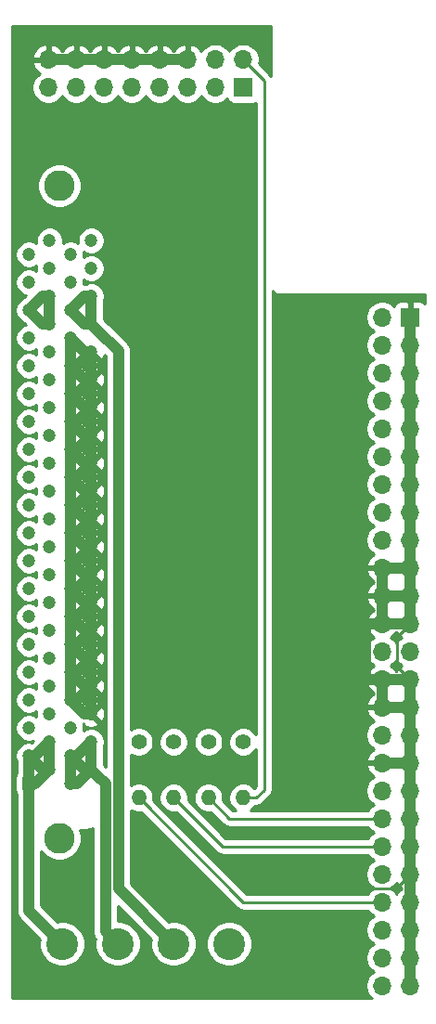
<source format=gbr>
G04 #@! TF.GenerationSoftware,KiCad,Pcbnew,(5.1.5)-3*
G04 #@! TF.CreationDate,2020-04-25T00:27:07+01:00*
G04 #@! TF.ProjectId,SCSIConnector,53435349-436f-46e6-9e65-63746f722e6b,rev?*
G04 #@! TF.SameCoordinates,Original*
G04 #@! TF.FileFunction,Copper,L2,Bot*
G04 #@! TF.FilePolarity,Positive*
%FSLAX46Y46*%
G04 Gerber Fmt 4.6, Leading zero omitted, Abs format (unit mm)*
G04 Created by KiCad (PCBNEW (5.1.5)-3) date 2020-04-25 00:27:07*
%MOMM*%
%LPD*%
G04 APERTURE LIST*
%ADD10C,1.200000*%
%ADD11R,1.200000X1.200000*%
%ADD12C,2.800000*%
%ADD13O,1.700000X1.700000*%
%ADD14R,1.700000X1.700000*%
%ADD15C,2.900000*%
%ADD16O,1.400000X1.400000*%
%ADD17C,1.400000*%
%ADD18C,0.800000*%
%ADD19C,0.250000*%
%ADD20C,1.000000*%
%ADD21C,0.254000*%
G04 APERTURE END LIST*
D10*
X172211000Y-56505000D03*
X174111000Y-55235000D03*
X176011000Y-56505000D03*
X177911000Y-55235000D03*
X172211000Y-59045000D03*
X174111000Y-57775000D03*
X176011000Y-59045000D03*
X177911000Y-57775000D03*
X172211000Y-61585000D03*
X174111000Y-60315000D03*
X176011000Y-61585000D03*
X177911000Y-60315000D03*
X172211000Y-64125000D03*
X174111000Y-62855000D03*
X176011000Y-64125000D03*
X177911000Y-62855000D03*
X172211000Y-66665000D03*
X174111000Y-65395000D03*
X176011000Y-66665000D03*
X177911000Y-65395000D03*
X172211000Y-69205000D03*
X174111000Y-67935000D03*
X176011000Y-69205000D03*
X177911000Y-67935000D03*
X172211000Y-71745000D03*
X174111000Y-70475000D03*
X176011000Y-71745000D03*
X177911000Y-70475000D03*
X172211000Y-74285000D03*
X174111000Y-73015000D03*
X176011000Y-74285000D03*
X177911000Y-73015000D03*
X172211000Y-76825000D03*
X174111000Y-75555000D03*
X176011000Y-76825000D03*
X177911000Y-75555000D03*
X172211000Y-79365000D03*
X174111000Y-78095000D03*
X176011000Y-79365000D03*
X177911000Y-78095000D03*
X172211000Y-81905000D03*
X174111000Y-80635000D03*
X176011000Y-81905000D03*
X177911000Y-80635000D03*
X172211000Y-84445000D03*
X174111000Y-83175000D03*
X176011000Y-84445000D03*
X177911000Y-83175000D03*
X172211000Y-86985000D03*
X174111000Y-85715000D03*
X176011000Y-86985000D03*
X177911000Y-85715000D03*
X172211000Y-89525000D03*
X174111000Y-88255000D03*
X176011000Y-89525000D03*
X177911000Y-88255000D03*
X172211000Y-92065000D03*
X174111000Y-90795000D03*
X176011000Y-92065000D03*
X177911000Y-90795000D03*
X172211000Y-94605000D03*
X174111000Y-93335000D03*
X176011000Y-94605000D03*
X177911000Y-93335000D03*
X172211000Y-97145000D03*
X174111000Y-95875000D03*
X176011000Y-97145000D03*
X177911000Y-95875000D03*
X172211000Y-99685000D03*
X174111000Y-98415000D03*
X176011000Y-99685000D03*
X177911000Y-98415000D03*
X172211000Y-102225000D03*
X174111000Y-100955000D03*
X176011000Y-102225000D03*
X177911000Y-100955000D03*
D11*
X172211000Y-104765000D03*
D10*
X174111000Y-103495000D03*
X176011000Y-104765000D03*
X177911000Y-103495000D03*
D12*
X175000000Y-109755000D03*
X175000000Y-50245000D03*
D13*
X204470000Y-123190000D03*
X207010000Y-123190000D03*
X204470000Y-120650000D03*
X207010000Y-120650000D03*
X204470000Y-118110000D03*
X207010000Y-118110000D03*
X204470000Y-115570000D03*
X207010000Y-115570000D03*
X204470000Y-113030000D03*
X207010000Y-113030000D03*
X204470000Y-110490000D03*
X207010000Y-110490000D03*
X204470000Y-107950000D03*
X207010000Y-107950000D03*
X204470000Y-105410000D03*
X207010000Y-105410000D03*
X204470000Y-102870000D03*
X207010000Y-102870000D03*
X204470000Y-100330000D03*
X207010000Y-100330000D03*
X204470000Y-97790000D03*
X207010000Y-97790000D03*
X204470000Y-95250000D03*
X207010000Y-95250000D03*
X204470000Y-92710000D03*
X207010000Y-92710000D03*
X204470000Y-90170000D03*
X207010000Y-90170000D03*
X204470000Y-87630000D03*
X207010000Y-87630000D03*
X204470000Y-85090000D03*
X207010000Y-85090000D03*
X204470000Y-82550000D03*
X207010000Y-82550000D03*
X204470000Y-80010000D03*
X207010000Y-80010000D03*
X204470000Y-77470000D03*
X207010000Y-77470000D03*
X204470000Y-74930000D03*
X207010000Y-74930000D03*
X204470000Y-72390000D03*
X207010000Y-72390000D03*
X204470000Y-69850000D03*
X207010000Y-69850000D03*
X204470000Y-67310000D03*
X207010000Y-67310000D03*
X204470000Y-64770000D03*
X207010000Y-64770000D03*
X204470000Y-62230000D03*
D14*
X207010000Y-62230000D03*
D15*
X190500000Y-119380000D03*
X185420000Y-119380000D03*
X180340000Y-119380000D03*
X175260000Y-119380000D03*
D16*
X182245000Y-106045000D03*
D17*
X182245000Y-100965000D03*
D16*
X185420000Y-106045000D03*
D17*
X185420000Y-100965000D03*
D16*
X188595000Y-106045000D03*
D17*
X188595000Y-100965000D03*
D16*
X191770000Y-106045000D03*
D17*
X191770000Y-100965000D03*
D13*
X173990000Y-38735000D03*
X173990000Y-41275000D03*
X176530000Y-38735000D03*
X176530000Y-41275000D03*
X179070000Y-38735000D03*
X179070000Y-41275000D03*
X181610000Y-38735000D03*
X181610000Y-41275000D03*
X184150000Y-38735000D03*
X184150000Y-41275000D03*
X186690000Y-38735000D03*
X186690000Y-41275000D03*
X189230000Y-38735000D03*
X189230000Y-41275000D03*
X191770000Y-38735000D03*
D14*
X191770000Y-41275000D03*
D18*
X190500000Y-47625000D03*
X187960000Y-47625000D03*
X185420000Y-47625000D03*
X182880000Y-47625000D03*
X180340000Y-47625000D03*
X176530000Y-47625000D03*
X182245000Y-103505000D03*
X185420000Y-103505000D03*
X188595000Y-103505000D03*
X191770000Y-103505000D03*
X182245000Y-111760000D03*
X185420000Y-111760000D03*
X200660000Y-121920000D03*
X200660000Y-119380000D03*
X200660000Y-116840000D03*
X200660000Y-109220000D03*
X200660000Y-106680000D03*
X200660000Y-102870000D03*
X191770000Y-111760000D03*
X200660000Y-111760000D03*
X200660000Y-114300000D03*
X200660000Y-81280000D03*
X200660000Y-78740000D03*
X200660000Y-76200000D03*
X200660000Y-73660000D03*
X200660000Y-71120000D03*
X200660000Y-68580000D03*
X200660000Y-66040000D03*
X200660000Y-63500000D03*
X182245000Y-73025000D03*
X182245000Y-75565000D03*
X182245000Y-78105000D03*
X182245000Y-80645000D03*
X182245000Y-83185000D03*
X182245000Y-85725000D03*
X182245000Y-88265000D03*
X182245000Y-90805000D03*
X187960000Y-121920000D03*
X182880000Y-121920000D03*
X177800000Y-121920000D03*
D19*
X205834999Y-94074999D02*
X206160001Y-94400001D01*
X206160001Y-94400001D02*
X207010000Y-95250000D01*
X205834999Y-91345001D02*
X205834999Y-94074999D01*
X207010000Y-90170000D02*
X205834999Y-91345001D01*
X205740000Y-114300000D02*
X200660000Y-114300000D01*
X207010000Y-113030000D02*
X205740000Y-114300000D01*
D20*
X177911000Y-65395000D02*
X177911000Y-98415000D01*
X176011000Y-97145000D02*
X176011000Y-64125000D01*
X177281000Y-98415000D02*
X176011000Y-97145000D01*
X177911000Y-98415000D02*
X177281000Y-98415000D01*
X177281000Y-95875000D02*
X176011000Y-94605000D01*
X177911000Y-95875000D02*
X177281000Y-95875000D01*
X177281000Y-93335000D02*
X176011000Y-92065000D01*
X177911000Y-93335000D02*
X177281000Y-93335000D01*
X177281000Y-90795000D02*
X176011000Y-89525000D01*
X177911000Y-90795000D02*
X177281000Y-90795000D01*
X177281000Y-88255000D02*
X176011000Y-86985000D01*
X177911000Y-88255000D02*
X177281000Y-88255000D01*
X177281000Y-85715000D02*
X176011000Y-84445000D01*
X177911000Y-85715000D02*
X177281000Y-85715000D01*
X177281000Y-83175000D02*
X176011000Y-81905000D01*
X177911000Y-83175000D02*
X177281000Y-83175000D01*
X177281000Y-80635000D02*
X176011000Y-79365000D01*
X177911000Y-80635000D02*
X177281000Y-80635000D01*
X177281000Y-78095000D02*
X176011000Y-76825000D01*
X177911000Y-78095000D02*
X177281000Y-78095000D01*
X177281000Y-75555000D02*
X176011000Y-74285000D01*
X177911000Y-75555000D02*
X177281000Y-75555000D01*
X177281000Y-73015000D02*
X176011000Y-71745000D01*
X177911000Y-73015000D02*
X177281000Y-73015000D01*
X177281000Y-70475000D02*
X176011000Y-69205000D01*
X177911000Y-70475000D02*
X177281000Y-70475000D01*
X177281000Y-67935000D02*
X176011000Y-66665000D01*
X177911000Y-67935000D02*
X177281000Y-67935000D01*
X177281000Y-65395000D02*
X176011000Y-64125000D01*
X177911000Y-65395000D02*
X177281000Y-65395000D01*
X186690000Y-38735000D02*
X173990000Y-38735000D01*
X207010000Y-62230000D02*
X207010000Y-90170000D01*
X207010000Y-85090000D02*
X204470000Y-85090000D01*
X204470000Y-85090000D02*
X204470000Y-90170000D01*
X207010000Y-95250000D02*
X207010000Y-123190000D01*
X207010000Y-102870000D02*
X204470000Y-102870000D01*
X204470000Y-97790000D02*
X204470000Y-95250000D01*
X204470000Y-97790000D02*
X207010000Y-97790000D01*
X202919999Y-90517920D02*
X202919999Y-94969999D01*
X204470000Y-90170000D02*
X203267919Y-90170000D01*
X203267919Y-90170000D02*
X202919999Y-90517920D01*
X203200000Y-95250000D02*
X204470000Y-95250000D01*
X202919999Y-94969999D02*
X203200000Y-95250000D01*
X204470000Y-87630000D02*
X207010000Y-87630000D01*
X204470000Y-90170000D02*
X207010000Y-90170000D01*
X204470000Y-95250000D02*
X207010000Y-95250000D01*
X176641000Y-97145000D02*
X177911000Y-95875000D01*
X176011000Y-97145000D02*
X176641000Y-97145000D01*
X176641000Y-94605000D02*
X177911000Y-93335000D01*
X176011000Y-94605000D02*
X176641000Y-94605000D01*
X176641000Y-92065000D02*
X177911000Y-90795000D01*
X176011000Y-92065000D02*
X176641000Y-92065000D01*
X176641000Y-89525000D02*
X177911000Y-88255000D01*
X176011000Y-89525000D02*
X176641000Y-89525000D01*
X176641000Y-86985000D02*
X177911000Y-85715000D01*
X176011000Y-86985000D02*
X176641000Y-86985000D01*
X176641000Y-84445000D02*
X177911000Y-83175000D01*
X176011000Y-84445000D02*
X176641000Y-84445000D01*
X176641000Y-81905000D02*
X177911000Y-80635000D01*
X176011000Y-81905000D02*
X176641000Y-81905000D01*
X176641000Y-79365000D02*
X177911000Y-78095000D01*
X176011000Y-79365000D02*
X176641000Y-79365000D01*
X176641000Y-76825000D02*
X177911000Y-75555000D01*
X176011000Y-76825000D02*
X176641000Y-76825000D01*
X176641000Y-74285000D02*
X177911000Y-73015000D01*
X176011000Y-74285000D02*
X176641000Y-74285000D01*
X176641000Y-71745000D02*
X177911000Y-70475000D01*
X176011000Y-71745000D02*
X176641000Y-71745000D01*
X176641000Y-69205000D02*
X177911000Y-67935000D01*
X176011000Y-69205000D02*
X176641000Y-69205000D01*
X176641000Y-66665000D02*
X177911000Y-65395000D01*
X176011000Y-66665000D02*
X176641000Y-66665000D01*
D19*
X191770000Y-115570000D02*
X204470000Y-115570000D01*
X182245000Y-106045000D02*
X191770000Y-115570000D01*
X189865000Y-110490000D02*
X204470000Y-110490000D01*
X185420000Y-106045000D02*
X189865000Y-110490000D01*
X188595000Y-106045000D02*
X190500000Y-107950000D01*
X190500000Y-107950000D02*
X204470000Y-107950000D01*
D20*
X173481000Y-62855000D02*
X172211000Y-61585000D01*
X174111000Y-62855000D02*
X173481000Y-62855000D01*
X173481000Y-60315000D02*
X172211000Y-61585000D01*
X174111000Y-60315000D02*
X173481000Y-60315000D01*
X174111000Y-62855000D02*
X174111000Y-60315000D01*
X177281000Y-62855000D02*
X176011000Y-61585000D01*
X177911000Y-62855000D02*
X177281000Y-62855000D01*
X177911000Y-62855000D02*
X177911000Y-60315000D01*
X177281000Y-60315000D02*
X176011000Y-61585000D01*
X177911000Y-60315000D02*
X177281000Y-60315000D01*
X178510999Y-63454999D02*
X177911000Y-62855000D01*
X180400011Y-65344011D02*
X178510999Y-63454999D01*
X180400011Y-114360011D02*
X180400011Y-65344011D01*
X185420000Y-119380000D02*
X180400011Y-114360011D01*
X172211000Y-116331000D02*
X172211000Y-104765000D01*
X175260000Y-119380000D02*
X172211000Y-116331000D01*
X172211000Y-104765000D02*
X172211000Y-102225000D01*
X172841000Y-102225000D02*
X174111000Y-100955000D01*
X172211000Y-102225000D02*
X172841000Y-102225000D01*
X172841000Y-104765000D02*
X174111000Y-103495000D01*
X172211000Y-104765000D02*
X172841000Y-104765000D01*
X174111000Y-103495000D02*
X174111000Y-100955000D01*
X173481000Y-103495000D02*
X172211000Y-102225000D01*
X174111000Y-103495000D02*
X173481000Y-103495000D01*
X179200001Y-104784001D02*
X178510999Y-104094999D01*
X178510999Y-104094999D02*
X177911000Y-103495000D01*
X179200001Y-118240001D02*
X179200001Y-104784001D01*
X180340000Y-119380000D02*
X179200001Y-118240001D01*
X176011000Y-104765000D02*
X176011000Y-102225000D01*
X176641000Y-102225000D02*
X177911000Y-100955000D01*
X176011000Y-102225000D02*
X176641000Y-102225000D01*
X176641000Y-104765000D02*
X177911000Y-103495000D01*
X176011000Y-104765000D02*
X176641000Y-104765000D01*
X177911000Y-103495000D02*
X177911000Y-100955000D01*
X177281000Y-103495000D02*
X176011000Y-102225000D01*
X177911000Y-103495000D02*
X177281000Y-103495000D01*
D19*
X193675000Y-40640000D02*
X191770000Y-38735000D01*
X192955000Y-106045000D02*
X191770000Y-106045000D01*
X193675000Y-40675000D02*
X193675000Y-105325000D01*
X193675000Y-105325000D02*
X192955000Y-106045000D01*
D21*
G36*
X194340000Y-40271898D02*
G01*
X194309974Y-40215724D01*
X194238799Y-40128997D01*
X193211209Y-39101408D01*
X193255000Y-38881260D01*
X193255000Y-38588740D01*
X193197932Y-38301842D01*
X193085990Y-38031589D01*
X192923475Y-37788368D01*
X192716632Y-37581525D01*
X192473411Y-37419010D01*
X192203158Y-37307068D01*
X191916260Y-37250000D01*
X191623740Y-37250000D01*
X191336842Y-37307068D01*
X191066589Y-37419010D01*
X190823368Y-37581525D01*
X190616525Y-37788368D01*
X190500000Y-37962760D01*
X190383475Y-37788368D01*
X190176632Y-37581525D01*
X189933411Y-37419010D01*
X189663158Y-37307068D01*
X189376260Y-37250000D01*
X189083740Y-37250000D01*
X188796842Y-37307068D01*
X188526589Y-37419010D01*
X188283368Y-37581525D01*
X188076525Y-37788368D01*
X187954805Y-37970534D01*
X187885178Y-37853645D01*
X187690269Y-37637412D01*
X187456920Y-37463359D01*
X187194099Y-37338175D01*
X187046890Y-37293524D01*
X186817000Y-37414845D01*
X186817000Y-38608000D01*
X186837000Y-38608000D01*
X186837000Y-38862000D01*
X186817000Y-38862000D01*
X186817000Y-38882000D01*
X186563000Y-38882000D01*
X186563000Y-38862000D01*
X184277000Y-38862000D01*
X184277000Y-38882000D01*
X184023000Y-38882000D01*
X184023000Y-38862000D01*
X181737000Y-38862000D01*
X181737000Y-38882000D01*
X181483000Y-38882000D01*
X181483000Y-38862000D01*
X179197000Y-38862000D01*
X179197000Y-38882000D01*
X178943000Y-38882000D01*
X178943000Y-38862000D01*
X176657000Y-38862000D01*
X176657000Y-38882000D01*
X176403000Y-38882000D01*
X176403000Y-38862000D01*
X174117000Y-38862000D01*
X174117000Y-38882000D01*
X173863000Y-38882000D01*
X173863000Y-38862000D01*
X172669186Y-38862000D01*
X172548519Y-39091891D01*
X172645843Y-39366252D01*
X172794822Y-39616355D01*
X172989731Y-39832588D01*
X173219406Y-40003900D01*
X173043368Y-40121525D01*
X172836525Y-40328368D01*
X172674010Y-40571589D01*
X172562068Y-40841842D01*
X172505000Y-41128740D01*
X172505000Y-41421260D01*
X172562068Y-41708158D01*
X172674010Y-41978411D01*
X172836525Y-42221632D01*
X173043368Y-42428475D01*
X173286589Y-42590990D01*
X173556842Y-42702932D01*
X173843740Y-42760000D01*
X174136260Y-42760000D01*
X174423158Y-42702932D01*
X174693411Y-42590990D01*
X174936632Y-42428475D01*
X175143475Y-42221632D01*
X175260000Y-42047240D01*
X175376525Y-42221632D01*
X175583368Y-42428475D01*
X175826589Y-42590990D01*
X176096842Y-42702932D01*
X176383740Y-42760000D01*
X176676260Y-42760000D01*
X176963158Y-42702932D01*
X177233411Y-42590990D01*
X177476632Y-42428475D01*
X177683475Y-42221632D01*
X177800000Y-42047240D01*
X177916525Y-42221632D01*
X178123368Y-42428475D01*
X178366589Y-42590990D01*
X178636842Y-42702932D01*
X178923740Y-42760000D01*
X179216260Y-42760000D01*
X179503158Y-42702932D01*
X179773411Y-42590990D01*
X180016632Y-42428475D01*
X180223475Y-42221632D01*
X180340000Y-42047240D01*
X180456525Y-42221632D01*
X180663368Y-42428475D01*
X180906589Y-42590990D01*
X181176842Y-42702932D01*
X181463740Y-42760000D01*
X181756260Y-42760000D01*
X182043158Y-42702932D01*
X182313411Y-42590990D01*
X182556632Y-42428475D01*
X182763475Y-42221632D01*
X182880000Y-42047240D01*
X182996525Y-42221632D01*
X183203368Y-42428475D01*
X183446589Y-42590990D01*
X183716842Y-42702932D01*
X184003740Y-42760000D01*
X184296260Y-42760000D01*
X184583158Y-42702932D01*
X184853411Y-42590990D01*
X185096632Y-42428475D01*
X185303475Y-42221632D01*
X185420000Y-42047240D01*
X185536525Y-42221632D01*
X185743368Y-42428475D01*
X185986589Y-42590990D01*
X186256842Y-42702932D01*
X186543740Y-42760000D01*
X186836260Y-42760000D01*
X187123158Y-42702932D01*
X187393411Y-42590990D01*
X187636632Y-42428475D01*
X187843475Y-42221632D01*
X187960000Y-42047240D01*
X188076525Y-42221632D01*
X188283368Y-42428475D01*
X188526589Y-42590990D01*
X188796842Y-42702932D01*
X189083740Y-42760000D01*
X189376260Y-42760000D01*
X189663158Y-42702932D01*
X189933411Y-42590990D01*
X190176632Y-42428475D01*
X190308487Y-42296620D01*
X190330498Y-42369180D01*
X190389463Y-42479494D01*
X190468815Y-42576185D01*
X190565506Y-42655537D01*
X190675820Y-42714502D01*
X190795518Y-42750812D01*
X190920000Y-42763072D01*
X192620000Y-42763072D01*
X192744482Y-42750812D01*
X192864180Y-42714502D01*
X192915000Y-42687338D01*
X192915001Y-100275680D01*
X192806962Y-100113987D01*
X192621013Y-99928038D01*
X192402359Y-99781939D01*
X192159405Y-99681304D01*
X191901486Y-99630000D01*
X191638514Y-99630000D01*
X191380595Y-99681304D01*
X191137641Y-99781939D01*
X190918987Y-99928038D01*
X190733038Y-100113987D01*
X190586939Y-100332641D01*
X190486304Y-100575595D01*
X190435000Y-100833514D01*
X190435000Y-101096486D01*
X190486304Y-101354405D01*
X190586939Y-101597359D01*
X190733038Y-101816013D01*
X190918987Y-102001962D01*
X191137641Y-102148061D01*
X191380595Y-102248696D01*
X191638514Y-102300000D01*
X191901486Y-102300000D01*
X192159405Y-102248696D01*
X192402359Y-102148061D01*
X192621013Y-102001962D01*
X192806962Y-101816013D01*
X192915001Y-101654320D01*
X192915001Y-105010197D01*
X192769087Y-105156112D01*
X192621013Y-105008038D01*
X192402359Y-104861939D01*
X192159405Y-104761304D01*
X191901486Y-104710000D01*
X191638514Y-104710000D01*
X191380595Y-104761304D01*
X191137641Y-104861939D01*
X190918987Y-105008038D01*
X190733038Y-105193987D01*
X190586939Y-105412641D01*
X190486304Y-105655595D01*
X190435000Y-105913514D01*
X190435000Y-106176486D01*
X190486304Y-106434405D01*
X190586939Y-106677359D01*
X190733038Y-106896013D01*
X190918987Y-107081962D01*
X191080678Y-107190000D01*
X190814802Y-107190000D01*
X189908645Y-106283844D01*
X189930000Y-106176486D01*
X189930000Y-105913514D01*
X189878696Y-105655595D01*
X189778061Y-105412641D01*
X189631962Y-105193987D01*
X189446013Y-105008038D01*
X189227359Y-104861939D01*
X188984405Y-104761304D01*
X188726486Y-104710000D01*
X188463514Y-104710000D01*
X188205595Y-104761304D01*
X187962641Y-104861939D01*
X187743987Y-105008038D01*
X187558038Y-105193987D01*
X187411939Y-105412641D01*
X187311304Y-105655595D01*
X187260000Y-105913514D01*
X187260000Y-106176486D01*
X187311304Y-106434405D01*
X187411939Y-106677359D01*
X187558038Y-106896013D01*
X187743987Y-107081962D01*
X187962641Y-107228061D01*
X188205595Y-107328696D01*
X188463514Y-107380000D01*
X188726486Y-107380000D01*
X188833844Y-107358645D01*
X189936201Y-108461003D01*
X189959999Y-108490001D01*
X190075724Y-108584974D01*
X190207753Y-108655546D01*
X190351014Y-108699003D01*
X190462667Y-108710000D01*
X190462677Y-108710000D01*
X190500000Y-108713676D01*
X190537323Y-108710000D01*
X203191822Y-108710000D01*
X203316525Y-108896632D01*
X203523368Y-109103475D01*
X203697760Y-109220000D01*
X203523368Y-109336525D01*
X203316525Y-109543368D01*
X203191822Y-109730000D01*
X190179802Y-109730000D01*
X186733645Y-106283844D01*
X186755000Y-106176486D01*
X186755000Y-105913514D01*
X186703696Y-105655595D01*
X186603061Y-105412641D01*
X186456962Y-105193987D01*
X186271013Y-105008038D01*
X186052359Y-104861939D01*
X185809405Y-104761304D01*
X185551486Y-104710000D01*
X185288514Y-104710000D01*
X185030595Y-104761304D01*
X184787641Y-104861939D01*
X184568987Y-105008038D01*
X184383038Y-105193987D01*
X184236939Y-105412641D01*
X184136304Y-105655595D01*
X184085000Y-105913514D01*
X184085000Y-106176486D01*
X184136304Y-106434405D01*
X184236939Y-106677359D01*
X184383038Y-106896013D01*
X184568987Y-107081962D01*
X184787641Y-107228061D01*
X185030595Y-107328696D01*
X185288514Y-107380000D01*
X185551486Y-107380000D01*
X185658844Y-107358645D01*
X189301201Y-111001003D01*
X189324999Y-111030001D01*
X189440724Y-111124974D01*
X189572753Y-111195546D01*
X189716014Y-111239003D01*
X189827667Y-111250000D01*
X189827676Y-111250000D01*
X189864999Y-111253676D01*
X189902322Y-111250000D01*
X203191822Y-111250000D01*
X203316525Y-111436632D01*
X203523368Y-111643475D01*
X203697760Y-111760000D01*
X203523368Y-111876525D01*
X203316525Y-112083368D01*
X203154010Y-112326589D01*
X203042068Y-112596842D01*
X202985000Y-112883740D01*
X202985000Y-113176260D01*
X203042068Y-113463158D01*
X203154010Y-113733411D01*
X203316525Y-113976632D01*
X203523368Y-114183475D01*
X203697760Y-114300000D01*
X203523368Y-114416525D01*
X203316525Y-114623368D01*
X203191822Y-114810000D01*
X192084802Y-114810000D01*
X183558645Y-106283844D01*
X183580000Y-106176486D01*
X183580000Y-105913514D01*
X183528696Y-105655595D01*
X183428061Y-105412641D01*
X183281962Y-105193987D01*
X183096013Y-105008038D01*
X182877359Y-104861939D01*
X182634405Y-104761304D01*
X182376486Y-104710000D01*
X182113514Y-104710000D01*
X181855595Y-104761304D01*
X181612641Y-104861939D01*
X181535011Y-104913809D01*
X181535011Y-102096191D01*
X181612641Y-102148061D01*
X181855595Y-102248696D01*
X182113514Y-102300000D01*
X182376486Y-102300000D01*
X182634405Y-102248696D01*
X182877359Y-102148061D01*
X183096013Y-102001962D01*
X183281962Y-101816013D01*
X183428061Y-101597359D01*
X183528696Y-101354405D01*
X183580000Y-101096486D01*
X183580000Y-100833514D01*
X184085000Y-100833514D01*
X184085000Y-101096486D01*
X184136304Y-101354405D01*
X184236939Y-101597359D01*
X184383038Y-101816013D01*
X184568987Y-102001962D01*
X184787641Y-102148061D01*
X185030595Y-102248696D01*
X185288514Y-102300000D01*
X185551486Y-102300000D01*
X185809405Y-102248696D01*
X186052359Y-102148061D01*
X186271013Y-102001962D01*
X186456962Y-101816013D01*
X186603061Y-101597359D01*
X186703696Y-101354405D01*
X186755000Y-101096486D01*
X186755000Y-100833514D01*
X187260000Y-100833514D01*
X187260000Y-101096486D01*
X187311304Y-101354405D01*
X187411939Y-101597359D01*
X187558038Y-101816013D01*
X187743987Y-102001962D01*
X187962641Y-102148061D01*
X188205595Y-102248696D01*
X188463514Y-102300000D01*
X188726486Y-102300000D01*
X188984405Y-102248696D01*
X189227359Y-102148061D01*
X189446013Y-102001962D01*
X189631962Y-101816013D01*
X189778061Y-101597359D01*
X189878696Y-101354405D01*
X189930000Y-101096486D01*
X189930000Y-100833514D01*
X189878696Y-100575595D01*
X189778061Y-100332641D01*
X189631962Y-100113987D01*
X189446013Y-99928038D01*
X189227359Y-99781939D01*
X188984405Y-99681304D01*
X188726486Y-99630000D01*
X188463514Y-99630000D01*
X188205595Y-99681304D01*
X187962641Y-99781939D01*
X187743987Y-99928038D01*
X187558038Y-100113987D01*
X187411939Y-100332641D01*
X187311304Y-100575595D01*
X187260000Y-100833514D01*
X186755000Y-100833514D01*
X186703696Y-100575595D01*
X186603061Y-100332641D01*
X186456962Y-100113987D01*
X186271013Y-99928038D01*
X186052359Y-99781939D01*
X185809405Y-99681304D01*
X185551486Y-99630000D01*
X185288514Y-99630000D01*
X185030595Y-99681304D01*
X184787641Y-99781939D01*
X184568987Y-99928038D01*
X184383038Y-100113987D01*
X184236939Y-100332641D01*
X184136304Y-100575595D01*
X184085000Y-100833514D01*
X183580000Y-100833514D01*
X183528696Y-100575595D01*
X183428061Y-100332641D01*
X183281962Y-100113987D01*
X183096013Y-99928038D01*
X182877359Y-99781939D01*
X182634405Y-99681304D01*
X182376486Y-99630000D01*
X182113514Y-99630000D01*
X181855595Y-99681304D01*
X181612641Y-99781939D01*
X181535011Y-99833809D01*
X181535011Y-65399752D01*
X181540501Y-65344010D01*
X181535011Y-65288268D01*
X181535011Y-65288259D01*
X181518588Y-65121512D01*
X181453687Y-64907564D01*
X181348295Y-64710388D01*
X181206460Y-64537562D01*
X181163152Y-64502020D01*
X179352992Y-62691861D01*
X179352988Y-62691856D01*
X179057983Y-62396852D01*
X179046000Y-62367921D01*
X179046000Y-60802079D01*
X179098540Y-60675236D01*
X179146000Y-60436637D01*
X179146000Y-60193363D01*
X179098540Y-59954764D01*
X179005443Y-59730008D01*
X178870287Y-59527733D01*
X178698267Y-59355713D01*
X178495992Y-59220557D01*
X178271236Y-59127460D01*
X178032637Y-59080000D01*
X177789363Y-59080000D01*
X177550764Y-59127460D01*
X177423921Y-59180000D01*
X177336743Y-59180000D01*
X177280999Y-59174510D01*
X177243703Y-59178183D01*
X177246000Y-59166637D01*
X177246000Y-58923363D01*
X177221367Y-58799524D01*
X177326008Y-58869443D01*
X177550764Y-58962540D01*
X177789363Y-59010000D01*
X178032637Y-59010000D01*
X178271236Y-58962540D01*
X178495992Y-58869443D01*
X178698267Y-58734287D01*
X178870287Y-58562267D01*
X179005443Y-58359992D01*
X179098540Y-58135236D01*
X179146000Y-57896637D01*
X179146000Y-57653363D01*
X179098540Y-57414764D01*
X179005443Y-57190008D01*
X178870287Y-56987733D01*
X178698267Y-56815713D01*
X178495992Y-56680557D01*
X178271236Y-56587460D01*
X178032637Y-56540000D01*
X177789363Y-56540000D01*
X177550764Y-56587460D01*
X177326008Y-56680557D01*
X177221367Y-56750476D01*
X177246000Y-56626637D01*
X177246000Y-56383363D01*
X177221367Y-56259524D01*
X177326008Y-56329443D01*
X177550764Y-56422540D01*
X177789363Y-56470000D01*
X178032637Y-56470000D01*
X178271236Y-56422540D01*
X178495992Y-56329443D01*
X178698267Y-56194287D01*
X178870287Y-56022267D01*
X179005443Y-55819992D01*
X179098540Y-55595236D01*
X179146000Y-55356637D01*
X179146000Y-55113363D01*
X179098540Y-54874764D01*
X179005443Y-54650008D01*
X178870287Y-54447733D01*
X178698267Y-54275713D01*
X178495992Y-54140557D01*
X178271236Y-54047460D01*
X178032637Y-54000000D01*
X177789363Y-54000000D01*
X177550764Y-54047460D01*
X177326008Y-54140557D01*
X177123733Y-54275713D01*
X176951713Y-54447733D01*
X176816557Y-54650008D01*
X176723460Y-54874764D01*
X176676000Y-55113363D01*
X176676000Y-55356637D01*
X176700633Y-55480476D01*
X176595992Y-55410557D01*
X176371236Y-55317460D01*
X176132637Y-55270000D01*
X175889363Y-55270000D01*
X175650764Y-55317460D01*
X175426008Y-55410557D01*
X175321367Y-55480476D01*
X175346000Y-55356637D01*
X175346000Y-55113363D01*
X175298540Y-54874764D01*
X175205443Y-54650008D01*
X175070287Y-54447733D01*
X174898267Y-54275713D01*
X174695992Y-54140557D01*
X174471236Y-54047460D01*
X174232637Y-54000000D01*
X173989363Y-54000000D01*
X173750764Y-54047460D01*
X173526008Y-54140557D01*
X173323733Y-54275713D01*
X173151713Y-54447733D01*
X173016557Y-54650008D01*
X172923460Y-54874764D01*
X172876000Y-55113363D01*
X172876000Y-55356637D01*
X172900633Y-55480476D01*
X172795992Y-55410557D01*
X172571236Y-55317460D01*
X172332637Y-55270000D01*
X172089363Y-55270000D01*
X171850764Y-55317460D01*
X171626008Y-55410557D01*
X171423733Y-55545713D01*
X171251713Y-55717733D01*
X171116557Y-55920008D01*
X171023460Y-56144764D01*
X170976000Y-56383363D01*
X170976000Y-56626637D01*
X171023460Y-56865236D01*
X171116557Y-57089992D01*
X171251713Y-57292267D01*
X171423733Y-57464287D01*
X171626008Y-57599443D01*
X171850764Y-57692540D01*
X172089363Y-57740000D01*
X172332637Y-57740000D01*
X172571236Y-57692540D01*
X172795992Y-57599443D01*
X172900633Y-57529524D01*
X172876000Y-57653363D01*
X172876000Y-57896637D01*
X172900633Y-58020476D01*
X172795992Y-57950557D01*
X172571236Y-57857460D01*
X172332637Y-57810000D01*
X172089363Y-57810000D01*
X171850764Y-57857460D01*
X171626008Y-57950557D01*
X171423733Y-58085713D01*
X171251713Y-58257733D01*
X171116557Y-58460008D01*
X171023460Y-58684764D01*
X170976000Y-58923363D01*
X170976000Y-59166637D01*
X171023460Y-59405236D01*
X171116557Y-59629992D01*
X171251713Y-59832267D01*
X171423733Y-60004287D01*
X171626008Y-60139443D01*
X171850764Y-60232540D01*
X171940483Y-60250386D01*
X171752852Y-60438016D01*
X171626008Y-60490557D01*
X171423733Y-60625713D01*
X171251713Y-60797733D01*
X171116557Y-61000008D01*
X171023460Y-61224764D01*
X170976000Y-61463363D01*
X170976000Y-61706637D01*
X171023460Y-61945236D01*
X171116557Y-62169992D01*
X171251713Y-62372267D01*
X171423733Y-62544287D01*
X171626008Y-62679443D01*
X171752852Y-62731984D01*
X171940483Y-62919614D01*
X171850764Y-62937460D01*
X171626008Y-63030557D01*
X171423733Y-63165713D01*
X171251713Y-63337733D01*
X171116557Y-63540008D01*
X171023460Y-63764764D01*
X170976000Y-64003363D01*
X170976000Y-64246637D01*
X171023460Y-64485236D01*
X171116557Y-64709992D01*
X171251713Y-64912267D01*
X171423733Y-65084287D01*
X171626008Y-65219443D01*
X171850764Y-65312540D01*
X172089363Y-65360000D01*
X172332637Y-65360000D01*
X172571236Y-65312540D01*
X172795992Y-65219443D01*
X172900633Y-65149524D01*
X172876000Y-65273363D01*
X172876000Y-65516637D01*
X172900633Y-65640476D01*
X172795992Y-65570557D01*
X172571236Y-65477460D01*
X172332637Y-65430000D01*
X172089363Y-65430000D01*
X171850764Y-65477460D01*
X171626008Y-65570557D01*
X171423733Y-65705713D01*
X171251713Y-65877733D01*
X171116557Y-66080008D01*
X171023460Y-66304764D01*
X170976000Y-66543363D01*
X170976000Y-66786637D01*
X171023460Y-67025236D01*
X171116557Y-67249992D01*
X171251713Y-67452267D01*
X171423733Y-67624287D01*
X171626008Y-67759443D01*
X171850764Y-67852540D01*
X172089363Y-67900000D01*
X172332637Y-67900000D01*
X172571236Y-67852540D01*
X172795992Y-67759443D01*
X172900633Y-67689524D01*
X172876000Y-67813363D01*
X172876000Y-68056637D01*
X172900633Y-68180476D01*
X172795992Y-68110557D01*
X172571236Y-68017460D01*
X172332637Y-67970000D01*
X172089363Y-67970000D01*
X171850764Y-68017460D01*
X171626008Y-68110557D01*
X171423733Y-68245713D01*
X171251713Y-68417733D01*
X171116557Y-68620008D01*
X171023460Y-68844764D01*
X170976000Y-69083363D01*
X170976000Y-69326637D01*
X171023460Y-69565236D01*
X171116557Y-69789992D01*
X171251713Y-69992267D01*
X171423733Y-70164287D01*
X171626008Y-70299443D01*
X171850764Y-70392540D01*
X172089363Y-70440000D01*
X172332637Y-70440000D01*
X172571236Y-70392540D01*
X172795992Y-70299443D01*
X172900633Y-70229524D01*
X172876000Y-70353363D01*
X172876000Y-70596637D01*
X172900633Y-70720476D01*
X172795992Y-70650557D01*
X172571236Y-70557460D01*
X172332637Y-70510000D01*
X172089363Y-70510000D01*
X171850764Y-70557460D01*
X171626008Y-70650557D01*
X171423733Y-70785713D01*
X171251713Y-70957733D01*
X171116557Y-71160008D01*
X171023460Y-71384764D01*
X170976000Y-71623363D01*
X170976000Y-71866637D01*
X171023460Y-72105236D01*
X171116557Y-72329992D01*
X171251713Y-72532267D01*
X171423733Y-72704287D01*
X171626008Y-72839443D01*
X171850764Y-72932540D01*
X172089363Y-72980000D01*
X172332637Y-72980000D01*
X172571236Y-72932540D01*
X172795992Y-72839443D01*
X172900633Y-72769524D01*
X172876000Y-72893363D01*
X172876000Y-73136637D01*
X172900633Y-73260476D01*
X172795992Y-73190557D01*
X172571236Y-73097460D01*
X172332637Y-73050000D01*
X172089363Y-73050000D01*
X171850764Y-73097460D01*
X171626008Y-73190557D01*
X171423733Y-73325713D01*
X171251713Y-73497733D01*
X171116557Y-73700008D01*
X171023460Y-73924764D01*
X170976000Y-74163363D01*
X170976000Y-74406637D01*
X171023460Y-74645236D01*
X171116557Y-74869992D01*
X171251713Y-75072267D01*
X171423733Y-75244287D01*
X171626008Y-75379443D01*
X171850764Y-75472540D01*
X172089363Y-75520000D01*
X172332637Y-75520000D01*
X172571236Y-75472540D01*
X172795992Y-75379443D01*
X172900633Y-75309524D01*
X172876000Y-75433363D01*
X172876000Y-75676637D01*
X172900633Y-75800476D01*
X172795992Y-75730557D01*
X172571236Y-75637460D01*
X172332637Y-75590000D01*
X172089363Y-75590000D01*
X171850764Y-75637460D01*
X171626008Y-75730557D01*
X171423733Y-75865713D01*
X171251713Y-76037733D01*
X171116557Y-76240008D01*
X171023460Y-76464764D01*
X170976000Y-76703363D01*
X170976000Y-76946637D01*
X171023460Y-77185236D01*
X171116557Y-77409992D01*
X171251713Y-77612267D01*
X171423733Y-77784287D01*
X171626008Y-77919443D01*
X171850764Y-78012540D01*
X172089363Y-78060000D01*
X172332637Y-78060000D01*
X172571236Y-78012540D01*
X172795992Y-77919443D01*
X172900633Y-77849524D01*
X172876000Y-77973363D01*
X172876000Y-78216637D01*
X172900633Y-78340476D01*
X172795992Y-78270557D01*
X172571236Y-78177460D01*
X172332637Y-78130000D01*
X172089363Y-78130000D01*
X171850764Y-78177460D01*
X171626008Y-78270557D01*
X171423733Y-78405713D01*
X171251713Y-78577733D01*
X171116557Y-78780008D01*
X171023460Y-79004764D01*
X170976000Y-79243363D01*
X170976000Y-79486637D01*
X171023460Y-79725236D01*
X171116557Y-79949992D01*
X171251713Y-80152267D01*
X171423733Y-80324287D01*
X171626008Y-80459443D01*
X171850764Y-80552540D01*
X172089363Y-80600000D01*
X172332637Y-80600000D01*
X172571236Y-80552540D01*
X172795992Y-80459443D01*
X172900633Y-80389524D01*
X172876000Y-80513363D01*
X172876000Y-80756637D01*
X172900633Y-80880476D01*
X172795992Y-80810557D01*
X172571236Y-80717460D01*
X172332637Y-80670000D01*
X172089363Y-80670000D01*
X171850764Y-80717460D01*
X171626008Y-80810557D01*
X171423733Y-80945713D01*
X171251713Y-81117733D01*
X171116557Y-81320008D01*
X171023460Y-81544764D01*
X170976000Y-81783363D01*
X170976000Y-82026637D01*
X171023460Y-82265236D01*
X171116557Y-82489992D01*
X171251713Y-82692267D01*
X171423733Y-82864287D01*
X171626008Y-82999443D01*
X171850764Y-83092540D01*
X172089363Y-83140000D01*
X172332637Y-83140000D01*
X172571236Y-83092540D01*
X172795992Y-82999443D01*
X172900633Y-82929524D01*
X172876000Y-83053363D01*
X172876000Y-83296637D01*
X172900633Y-83420476D01*
X172795992Y-83350557D01*
X172571236Y-83257460D01*
X172332637Y-83210000D01*
X172089363Y-83210000D01*
X171850764Y-83257460D01*
X171626008Y-83350557D01*
X171423733Y-83485713D01*
X171251713Y-83657733D01*
X171116557Y-83860008D01*
X171023460Y-84084764D01*
X170976000Y-84323363D01*
X170976000Y-84566637D01*
X171023460Y-84805236D01*
X171116557Y-85029992D01*
X171251713Y-85232267D01*
X171423733Y-85404287D01*
X171626008Y-85539443D01*
X171850764Y-85632540D01*
X172089363Y-85680000D01*
X172332637Y-85680000D01*
X172571236Y-85632540D01*
X172795992Y-85539443D01*
X172900633Y-85469524D01*
X172876000Y-85593363D01*
X172876000Y-85836637D01*
X172900633Y-85960476D01*
X172795992Y-85890557D01*
X172571236Y-85797460D01*
X172332637Y-85750000D01*
X172089363Y-85750000D01*
X171850764Y-85797460D01*
X171626008Y-85890557D01*
X171423733Y-86025713D01*
X171251713Y-86197733D01*
X171116557Y-86400008D01*
X171023460Y-86624764D01*
X170976000Y-86863363D01*
X170976000Y-87106637D01*
X171023460Y-87345236D01*
X171116557Y-87569992D01*
X171251713Y-87772267D01*
X171423733Y-87944287D01*
X171626008Y-88079443D01*
X171850764Y-88172540D01*
X172089363Y-88220000D01*
X172332637Y-88220000D01*
X172571236Y-88172540D01*
X172795992Y-88079443D01*
X172900633Y-88009524D01*
X172876000Y-88133363D01*
X172876000Y-88376637D01*
X172900633Y-88500476D01*
X172795992Y-88430557D01*
X172571236Y-88337460D01*
X172332637Y-88290000D01*
X172089363Y-88290000D01*
X171850764Y-88337460D01*
X171626008Y-88430557D01*
X171423733Y-88565713D01*
X171251713Y-88737733D01*
X171116557Y-88940008D01*
X171023460Y-89164764D01*
X170976000Y-89403363D01*
X170976000Y-89646637D01*
X171023460Y-89885236D01*
X171116557Y-90109992D01*
X171251713Y-90312267D01*
X171423733Y-90484287D01*
X171626008Y-90619443D01*
X171850764Y-90712540D01*
X172089363Y-90760000D01*
X172332637Y-90760000D01*
X172571236Y-90712540D01*
X172795992Y-90619443D01*
X172900633Y-90549524D01*
X172876000Y-90673363D01*
X172876000Y-90916637D01*
X172900633Y-91040476D01*
X172795992Y-90970557D01*
X172571236Y-90877460D01*
X172332637Y-90830000D01*
X172089363Y-90830000D01*
X171850764Y-90877460D01*
X171626008Y-90970557D01*
X171423733Y-91105713D01*
X171251713Y-91277733D01*
X171116557Y-91480008D01*
X171023460Y-91704764D01*
X170976000Y-91943363D01*
X170976000Y-92186637D01*
X171023460Y-92425236D01*
X171116557Y-92649992D01*
X171251713Y-92852267D01*
X171423733Y-93024287D01*
X171626008Y-93159443D01*
X171850764Y-93252540D01*
X172089363Y-93300000D01*
X172332637Y-93300000D01*
X172571236Y-93252540D01*
X172795992Y-93159443D01*
X172900633Y-93089524D01*
X172876000Y-93213363D01*
X172876000Y-93456637D01*
X172900633Y-93580476D01*
X172795992Y-93510557D01*
X172571236Y-93417460D01*
X172332637Y-93370000D01*
X172089363Y-93370000D01*
X171850764Y-93417460D01*
X171626008Y-93510557D01*
X171423733Y-93645713D01*
X171251713Y-93817733D01*
X171116557Y-94020008D01*
X171023460Y-94244764D01*
X170976000Y-94483363D01*
X170976000Y-94726637D01*
X171023460Y-94965236D01*
X171116557Y-95189992D01*
X171251713Y-95392267D01*
X171423733Y-95564287D01*
X171626008Y-95699443D01*
X171850764Y-95792540D01*
X172089363Y-95840000D01*
X172332637Y-95840000D01*
X172571236Y-95792540D01*
X172795992Y-95699443D01*
X172900633Y-95629524D01*
X172876000Y-95753363D01*
X172876000Y-95996637D01*
X172900633Y-96120476D01*
X172795992Y-96050557D01*
X172571236Y-95957460D01*
X172332637Y-95910000D01*
X172089363Y-95910000D01*
X171850764Y-95957460D01*
X171626008Y-96050557D01*
X171423733Y-96185713D01*
X171251713Y-96357733D01*
X171116557Y-96560008D01*
X171023460Y-96784764D01*
X170976000Y-97023363D01*
X170976000Y-97266637D01*
X171023460Y-97505236D01*
X171116557Y-97729992D01*
X171251713Y-97932267D01*
X171423733Y-98104287D01*
X171626008Y-98239443D01*
X171850764Y-98332540D01*
X172089363Y-98380000D01*
X172332637Y-98380000D01*
X172571236Y-98332540D01*
X172795992Y-98239443D01*
X172900633Y-98169524D01*
X172876000Y-98293363D01*
X172876000Y-98536637D01*
X172900633Y-98660476D01*
X172795992Y-98590557D01*
X172571236Y-98497460D01*
X172332637Y-98450000D01*
X172089363Y-98450000D01*
X171850764Y-98497460D01*
X171626008Y-98590557D01*
X171423733Y-98725713D01*
X171251713Y-98897733D01*
X171116557Y-99100008D01*
X171023460Y-99324764D01*
X170976000Y-99563363D01*
X170976000Y-99806637D01*
X171023460Y-100045236D01*
X171116557Y-100269992D01*
X171251713Y-100472267D01*
X171423733Y-100644287D01*
X171626008Y-100779443D01*
X171850764Y-100872540D01*
X172089363Y-100920000D01*
X172332637Y-100920000D01*
X172571236Y-100872540D01*
X172600415Y-100860454D01*
X172447935Y-101012934D01*
X172332637Y-100990000D01*
X172089363Y-100990000D01*
X171850764Y-101037460D01*
X171626008Y-101130557D01*
X171423733Y-101265713D01*
X171251713Y-101437733D01*
X171116557Y-101640008D01*
X171023460Y-101864764D01*
X170976000Y-102103363D01*
X170976000Y-102346637D01*
X171023460Y-102585236D01*
X171076001Y-102712081D01*
X171076000Y-103818855D01*
X171021498Y-103920820D01*
X170985188Y-104040518D01*
X170972928Y-104165000D01*
X170972928Y-105365000D01*
X170985188Y-105489482D01*
X171021498Y-105609180D01*
X171076001Y-105711146D01*
X171076000Y-116275248D01*
X171070509Y-116331000D01*
X171076000Y-116386751D01*
X171092423Y-116553498D01*
X171157324Y-116767446D01*
X171262716Y-116964623D01*
X171404551Y-117137449D01*
X171447865Y-117172996D01*
X173220545Y-118945677D01*
X173175000Y-119174645D01*
X173175000Y-119585355D01*
X173255126Y-119988172D01*
X173412297Y-120367618D01*
X173640475Y-120709110D01*
X173930890Y-120999525D01*
X174272382Y-121227703D01*
X174651828Y-121384874D01*
X175054645Y-121465000D01*
X175465355Y-121465000D01*
X175868172Y-121384874D01*
X176247618Y-121227703D01*
X176589110Y-120999525D01*
X176879525Y-120709110D01*
X177107703Y-120367618D01*
X177264874Y-119988172D01*
X177345000Y-119585355D01*
X177345000Y-119174645D01*
X177264874Y-118771828D01*
X177107703Y-118392382D01*
X176879525Y-118050890D01*
X176589110Y-117760475D01*
X176247618Y-117532297D01*
X175868172Y-117375126D01*
X175465355Y-117295000D01*
X175054645Y-117295000D01*
X174825677Y-117340545D01*
X173346000Y-115860869D01*
X173346000Y-110942516D01*
X173419313Y-111052237D01*
X173702763Y-111335687D01*
X174036066Y-111558393D01*
X174406413Y-111711796D01*
X174799570Y-111790000D01*
X175200430Y-111790000D01*
X175593587Y-111711796D01*
X175963934Y-111558393D01*
X176297237Y-111335687D01*
X176580687Y-111052237D01*
X176803393Y-110718934D01*
X176956796Y-110348587D01*
X177035000Y-109955430D01*
X177035000Y-109554570D01*
X176956796Y-109161413D01*
X176874694Y-108963202D01*
X177009419Y-108990000D01*
X177390581Y-108990000D01*
X177764419Y-108915639D01*
X178065002Y-108791134D01*
X178065001Y-118184250D01*
X178059510Y-118240001D01*
X178065001Y-118295752D01*
X178081424Y-118462499D01*
X178146325Y-118676447D01*
X178251717Y-118873624D01*
X178302555Y-118935570D01*
X178255000Y-119174645D01*
X178255000Y-119585355D01*
X178335126Y-119988172D01*
X178492297Y-120367618D01*
X178720475Y-120709110D01*
X179010890Y-120999525D01*
X179352382Y-121227703D01*
X179731828Y-121384874D01*
X180134645Y-121465000D01*
X180545355Y-121465000D01*
X180948172Y-121384874D01*
X181327618Y-121227703D01*
X181669110Y-120999525D01*
X181959525Y-120709110D01*
X182187703Y-120367618D01*
X182344874Y-119988172D01*
X182425000Y-119585355D01*
X182425000Y-119174645D01*
X182344874Y-118771828D01*
X182187703Y-118392382D01*
X181959525Y-118050890D01*
X181669110Y-117760475D01*
X181327618Y-117532297D01*
X180948172Y-117375126D01*
X180545355Y-117295000D01*
X180335001Y-117295000D01*
X180335001Y-115900132D01*
X183380545Y-118945677D01*
X183335000Y-119174645D01*
X183335000Y-119585355D01*
X183415126Y-119988172D01*
X183572297Y-120367618D01*
X183800475Y-120709110D01*
X184090890Y-120999525D01*
X184432382Y-121227703D01*
X184811828Y-121384874D01*
X185214645Y-121465000D01*
X185625355Y-121465000D01*
X186028172Y-121384874D01*
X186407618Y-121227703D01*
X186749110Y-120999525D01*
X187039525Y-120709110D01*
X187267703Y-120367618D01*
X187424874Y-119988172D01*
X187505000Y-119585355D01*
X187505000Y-119174645D01*
X188415000Y-119174645D01*
X188415000Y-119585355D01*
X188495126Y-119988172D01*
X188652297Y-120367618D01*
X188880475Y-120709110D01*
X189170890Y-120999525D01*
X189512382Y-121227703D01*
X189891828Y-121384874D01*
X190294645Y-121465000D01*
X190705355Y-121465000D01*
X191108172Y-121384874D01*
X191487618Y-121227703D01*
X191829110Y-120999525D01*
X192119525Y-120709110D01*
X192347703Y-120367618D01*
X192504874Y-119988172D01*
X192585000Y-119585355D01*
X192585000Y-119174645D01*
X192504874Y-118771828D01*
X192347703Y-118392382D01*
X192119525Y-118050890D01*
X191829110Y-117760475D01*
X191487618Y-117532297D01*
X191108172Y-117375126D01*
X190705355Y-117295000D01*
X190294645Y-117295000D01*
X189891828Y-117375126D01*
X189512382Y-117532297D01*
X189170890Y-117760475D01*
X188880475Y-118050890D01*
X188652297Y-118392382D01*
X188495126Y-118771828D01*
X188415000Y-119174645D01*
X187505000Y-119174645D01*
X187424874Y-118771828D01*
X187267703Y-118392382D01*
X187039525Y-118050890D01*
X186749110Y-117760475D01*
X186407618Y-117532297D01*
X186028172Y-117375126D01*
X185625355Y-117295000D01*
X185214645Y-117295000D01*
X184985677Y-117340545D01*
X181535011Y-113889880D01*
X181535011Y-107176191D01*
X181612641Y-107228061D01*
X181855595Y-107328696D01*
X182113514Y-107380000D01*
X182376486Y-107380000D01*
X182483844Y-107358645D01*
X191206201Y-116081003D01*
X191229999Y-116110001D01*
X191345724Y-116204974D01*
X191477753Y-116275546D01*
X191621014Y-116319003D01*
X191732667Y-116330000D01*
X191732676Y-116330000D01*
X191769999Y-116333676D01*
X191807322Y-116330000D01*
X203191822Y-116330000D01*
X203316525Y-116516632D01*
X203523368Y-116723475D01*
X203697760Y-116840000D01*
X203523368Y-116956525D01*
X203316525Y-117163368D01*
X203154010Y-117406589D01*
X203042068Y-117676842D01*
X202985000Y-117963740D01*
X202985000Y-118256260D01*
X203042068Y-118543158D01*
X203154010Y-118813411D01*
X203316525Y-119056632D01*
X203523368Y-119263475D01*
X203697760Y-119380000D01*
X203523368Y-119496525D01*
X203316525Y-119703368D01*
X203154010Y-119946589D01*
X203042068Y-120216842D01*
X202985000Y-120503740D01*
X202985000Y-120796260D01*
X203042068Y-121083158D01*
X203154010Y-121353411D01*
X203316525Y-121596632D01*
X203523368Y-121803475D01*
X203697760Y-121920000D01*
X203523368Y-122036525D01*
X203316525Y-122243368D01*
X203154010Y-122486589D01*
X203042068Y-122756842D01*
X202985000Y-123043740D01*
X202985000Y-123336260D01*
X203042068Y-123623158D01*
X203154010Y-123893411D01*
X203316525Y-124136632D01*
X203519893Y-124340000D01*
X170660000Y-124340000D01*
X170660000Y-50044570D01*
X172965000Y-50044570D01*
X172965000Y-50445430D01*
X173043204Y-50838587D01*
X173196607Y-51208934D01*
X173419313Y-51542237D01*
X173702763Y-51825687D01*
X174036066Y-52048393D01*
X174406413Y-52201796D01*
X174799570Y-52280000D01*
X175200430Y-52280000D01*
X175593587Y-52201796D01*
X175963934Y-52048393D01*
X176297237Y-51825687D01*
X176580687Y-51542237D01*
X176803393Y-51208934D01*
X176956796Y-50838587D01*
X177035000Y-50445430D01*
X177035000Y-50044570D01*
X176956796Y-49651413D01*
X176803393Y-49281066D01*
X176580687Y-48947763D01*
X176297237Y-48664313D01*
X175963934Y-48441607D01*
X175593587Y-48288204D01*
X175200430Y-48210000D01*
X174799570Y-48210000D01*
X174406413Y-48288204D01*
X174036066Y-48441607D01*
X173702763Y-48664313D01*
X173419313Y-48947763D01*
X173196607Y-49281066D01*
X173043204Y-49651413D01*
X172965000Y-50044570D01*
X170660000Y-50044570D01*
X170660000Y-38378109D01*
X172548519Y-38378109D01*
X172669186Y-38608000D01*
X173863000Y-38608000D01*
X173863000Y-37414845D01*
X174117000Y-37414845D01*
X174117000Y-38608000D01*
X176403000Y-38608000D01*
X176403000Y-37414845D01*
X176657000Y-37414845D01*
X176657000Y-38608000D01*
X178943000Y-38608000D01*
X178943000Y-37414845D01*
X179197000Y-37414845D01*
X179197000Y-38608000D01*
X181483000Y-38608000D01*
X181483000Y-37414845D01*
X181737000Y-37414845D01*
X181737000Y-38608000D01*
X184023000Y-38608000D01*
X184023000Y-37414845D01*
X184277000Y-37414845D01*
X184277000Y-38608000D01*
X186563000Y-38608000D01*
X186563000Y-37414845D01*
X186333110Y-37293524D01*
X186185901Y-37338175D01*
X185923080Y-37463359D01*
X185689731Y-37637412D01*
X185494822Y-37853645D01*
X185420000Y-37979255D01*
X185345178Y-37853645D01*
X185150269Y-37637412D01*
X184916920Y-37463359D01*
X184654099Y-37338175D01*
X184506890Y-37293524D01*
X184277000Y-37414845D01*
X184023000Y-37414845D01*
X183793110Y-37293524D01*
X183645901Y-37338175D01*
X183383080Y-37463359D01*
X183149731Y-37637412D01*
X182954822Y-37853645D01*
X182880000Y-37979255D01*
X182805178Y-37853645D01*
X182610269Y-37637412D01*
X182376920Y-37463359D01*
X182114099Y-37338175D01*
X181966890Y-37293524D01*
X181737000Y-37414845D01*
X181483000Y-37414845D01*
X181253110Y-37293524D01*
X181105901Y-37338175D01*
X180843080Y-37463359D01*
X180609731Y-37637412D01*
X180414822Y-37853645D01*
X180340000Y-37979255D01*
X180265178Y-37853645D01*
X180070269Y-37637412D01*
X179836920Y-37463359D01*
X179574099Y-37338175D01*
X179426890Y-37293524D01*
X179197000Y-37414845D01*
X178943000Y-37414845D01*
X178713110Y-37293524D01*
X178565901Y-37338175D01*
X178303080Y-37463359D01*
X178069731Y-37637412D01*
X177874822Y-37853645D01*
X177800000Y-37979255D01*
X177725178Y-37853645D01*
X177530269Y-37637412D01*
X177296920Y-37463359D01*
X177034099Y-37338175D01*
X176886890Y-37293524D01*
X176657000Y-37414845D01*
X176403000Y-37414845D01*
X176173110Y-37293524D01*
X176025901Y-37338175D01*
X175763080Y-37463359D01*
X175529731Y-37637412D01*
X175334822Y-37853645D01*
X175260000Y-37979255D01*
X175185178Y-37853645D01*
X174990269Y-37637412D01*
X174756920Y-37463359D01*
X174494099Y-37338175D01*
X174346890Y-37293524D01*
X174117000Y-37414845D01*
X173863000Y-37414845D01*
X173633110Y-37293524D01*
X173485901Y-37338175D01*
X173223080Y-37463359D01*
X172989731Y-37637412D01*
X172794822Y-37853645D01*
X172645843Y-38103748D01*
X172548519Y-38378109D01*
X170660000Y-38378109D01*
X170660000Y-35660000D01*
X194340000Y-35660000D01*
X194340000Y-40271898D01*
G37*
X194340000Y-40271898D02*
X194309974Y-40215724D01*
X194238799Y-40128997D01*
X193211209Y-39101408D01*
X193255000Y-38881260D01*
X193255000Y-38588740D01*
X193197932Y-38301842D01*
X193085990Y-38031589D01*
X192923475Y-37788368D01*
X192716632Y-37581525D01*
X192473411Y-37419010D01*
X192203158Y-37307068D01*
X191916260Y-37250000D01*
X191623740Y-37250000D01*
X191336842Y-37307068D01*
X191066589Y-37419010D01*
X190823368Y-37581525D01*
X190616525Y-37788368D01*
X190500000Y-37962760D01*
X190383475Y-37788368D01*
X190176632Y-37581525D01*
X189933411Y-37419010D01*
X189663158Y-37307068D01*
X189376260Y-37250000D01*
X189083740Y-37250000D01*
X188796842Y-37307068D01*
X188526589Y-37419010D01*
X188283368Y-37581525D01*
X188076525Y-37788368D01*
X187954805Y-37970534D01*
X187885178Y-37853645D01*
X187690269Y-37637412D01*
X187456920Y-37463359D01*
X187194099Y-37338175D01*
X187046890Y-37293524D01*
X186817000Y-37414845D01*
X186817000Y-38608000D01*
X186837000Y-38608000D01*
X186837000Y-38862000D01*
X186817000Y-38862000D01*
X186817000Y-38882000D01*
X186563000Y-38882000D01*
X186563000Y-38862000D01*
X184277000Y-38862000D01*
X184277000Y-38882000D01*
X184023000Y-38882000D01*
X184023000Y-38862000D01*
X181737000Y-38862000D01*
X181737000Y-38882000D01*
X181483000Y-38882000D01*
X181483000Y-38862000D01*
X179197000Y-38862000D01*
X179197000Y-38882000D01*
X178943000Y-38882000D01*
X178943000Y-38862000D01*
X176657000Y-38862000D01*
X176657000Y-38882000D01*
X176403000Y-38882000D01*
X176403000Y-38862000D01*
X174117000Y-38862000D01*
X174117000Y-38882000D01*
X173863000Y-38882000D01*
X173863000Y-38862000D01*
X172669186Y-38862000D01*
X172548519Y-39091891D01*
X172645843Y-39366252D01*
X172794822Y-39616355D01*
X172989731Y-39832588D01*
X173219406Y-40003900D01*
X173043368Y-40121525D01*
X172836525Y-40328368D01*
X172674010Y-40571589D01*
X172562068Y-40841842D01*
X172505000Y-41128740D01*
X172505000Y-41421260D01*
X172562068Y-41708158D01*
X172674010Y-41978411D01*
X172836525Y-42221632D01*
X173043368Y-42428475D01*
X173286589Y-42590990D01*
X173556842Y-42702932D01*
X173843740Y-42760000D01*
X174136260Y-42760000D01*
X174423158Y-42702932D01*
X174693411Y-42590990D01*
X174936632Y-42428475D01*
X175143475Y-42221632D01*
X175260000Y-42047240D01*
X175376525Y-42221632D01*
X175583368Y-42428475D01*
X175826589Y-42590990D01*
X176096842Y-42702932D01*
X176383740Y-42760000D01*
X176676260Y-42760000D01*
X176963158Y-42702932D01*
X177233411Y-42590990D01*
X177476632Y-42428475D01*
X177683475Y-42221632D01*
X177800000Y-42047240D01*
X177916525Y-42221632D01*
X178123368Y-42428475D01*
X178366589Y-42590990D01*
X178636842Y-42702932D01*
X178923740Y-42760000D01*
X179216260Y-42760000D01*
X179503158Y-42702932D01*
X179773411Y-42590990D01*
X180016632Y-42428475D01*
X180223475Y-42221632D01*
X180340000Y-42047240D01*
X180456525Y-42221632D01*
X180663368Y-42428475D01*
X180906589Y-42590990D01*
X181176842Y-42702932D01*
X181463740Y-42760000D01*
X181756260Y-42760000D01*
X182043158Y-42702932D01*
X182313411Y-42590990D01*
X182556632Y-42428475D01*
X182763475Y-42221632D01*
X182880000Y-42047240D01*
X182996525Y-42221632D01*
X183203368Y-42428475D01*
X183446589Y-42590990D01*
X183716842Y-42702932D01*
X184003740Y-42760000D01*
X184296260Y-42760000D01*
X184583158Y-42702932D01*
X184853411Y-42590990D01*
X185096632Y-42428475D01*
X185303475Y-42221632D01*
X185420000Y-42047240D01*
X185536525Y-42221632D01*
X185743368Y-42428475D01*
X185986589Y-42590990D01*
X186256842Y-42702932D01*
X186543740Y-42760000D01*
X186836260Y-42760000D01*
X187123158Y-42702932D01*
X187393411Y-42590990D01*
X187636632Y-42428475D01*
X187843475Y-42221632D01*
X187960000Y-42047240D01*
X188076525Y-42221632D01*
X188283368Y-42428475D01*
X188526589Y-42590990D01*
X188796842Y-42702932D01*
X189083740Y-42760000D01*
X189376260Y-42760000D01*
X189663158Y-42702932D01*
X189933411Y-42590990D01*
X190176632Y-42428475D01*
X190308487Y-42296620D01*
X190330498Y-42369180D01*
X190389463Y-42479494D01*
X190468815Y-42576185D01*
X190565506Y-42655537D01*
X190675820Y-42714502D01*
X190795518Y-42750812D01*
X190920000Y-42763072D01*
X192620000Y-42763072D01*
X192744482Y-42750812D01*
X192864180Y-42714502D01*
X192915000Y-42687338D01*
X192915001Y-100275680D01*
X192806962Y-100113987D01*
X192621013Y-99928038D01*
X192402359Y-99781939D01*
X192159405Y-99681304D01*
X191901486Y-99630000D01*
X191638514Y-99630000D01*
X191380595Y-99681304D01*
X191137641Y-99781939D01*
X190918987Y-99928038D01*
X190733038Y-100113987D01*
X190586939Y-100332641D01*
X190486304Y-100575595D01*
X190435000Y-100833514D01*
X190435000Y-101096486D01*
X190486304Y-101354405D01*
X190586939Y-101597359D01*
X190733038Y-101816013D01*
X190918987Y-102001962D01*
X191137641Y-102148061D01*
X191380595Y-102248696D01*
X191638514Y-102300000D01*
X191901486Y-102300000D01*
X192159405Y-102248696D01*
X192402359Y-102148061D01*
X192621013Y-102001962D01*
X192806962Y-101816013D01*
X192915001Y-101654320D01*
X192915001Y-105010197D01*
X192769087Y-105156112D01*
X192621013Y-105008038D01*
X192402359Y-104861939D01*
X192159405Y-104761304D01*
X191901486Y-104710000D01*
X191638514Y-104710000D01*
X191380595Y-104761304D01*
X191137641Y-104861939D01*
X190918987Y-105008038D01*
X190733038Y-105193987D01*
X190586939Y-105412641D01*
X190486304Y-105655595D01*
X190435000Y-105913514D01*
X190435000Y-106176486D01*
X190486304Y-106434405D01*
X190586939Y-106677359D01*
X190733038Y-106896013D01*
X190918987Y-107081962D01*
X191080678Y-107190000D01*
X190814802Y-107190000D01*
X189908645Y-106283844D01*
X189930000Y-106176486D01*
X189930000Y-105913514D01*
X189878696Y-105655595D01*
X189778061Y-105412641D01*
X189631962Y-105193987D01*
X189446013Y-105008038D01*
X189227359Y-104861939D01*
X188984405Y-104761304D01*
X188726486Y-104710000D01*
X188463514Y-104710000D01*
X188205595Y-104761304D01*
X187962641Y-104861939D01*
X187743987Y-105008038D01*
X187558038Y-105193987D01*
X187411939Y-105412641D01*
X187311304Y-105655595D01*
X187260000Y-105913514D01*
X187260000Y-106176486D01*
X187311304Y-106434405D01*
X187411939Y-106677359D01*
X187558038Y-106896013D01*
X187743987Y-107081962D01*
X187962641Y-107228061D01*
X188205595Y-107328696D01*
X188463514Y-107380000D01*
X188726486Y-107380000D01*
X188833844Y-107358645D01*
X189936201Y-108461003D01*
X189959999Y-108490001D01*
X190075724Y-108584974D01*
X190207753Y-108655546D01*
X190351014Y-108699003D01*
X190462667Y-108710000D01*
X190462677Y-108710000D01*
X190500000Y-108713676D01*
X190537323Y-108710000D01*
X203191822Y-108710000D01*
X203316525Y-108896632D01*
X203523368Y-109103475D01*
X203697760Y-109220000D01*
X203523368Y-109336525D01*
X203316525Y-109543368D01*
X203191822Y-109730000D01*
X190179802Y-109730000D01*
X186733645Y-106283844D01*
X186755000Y-106176486D01*
X186755000Y-105913514D01*
X186703696Y-105655595D01*
X186603061Y-105412641D01*
X186456962Y-105193987D01*
X186271013Y-105008038D01*
X186052359Y-104861939D01*
X185809405Y-104761304D01*
X185551486Y-104710000D01*
X185288514Y-104710000D01*
X185030595Y-104761304D01*
X184787641Y-104861939D01*
X184568987Y-105008038D01*
X184383038Y-105193987D01*
X184236939Y-105412641D01*
X184136304Y-105655595D01*
X184085000Y-105913514D01*
X184085000Y-106176486D01*
X184136304Y-106434405D01*
X184236939Y-106677359D01*
X184383038Y-106896013D01*
X184568987Y-107081962D01*
X184787641Y-107228061D01*
X185030595Y-107328696D01*
X185288514Y-107380000D01*
X185551486Y-107380000D01*
X185658844Y-107358645D01*
X189301201Y-111001003D01*
X189324999Y-111030001D01*
X189440724Y-111124974D01*
X189572753Y-111195546D01*
X189716014Y-111239003D01*
X189827667Y-111250000D01*
X189827676Y-111250000D01*
X189864999Y-111253676D01*
X189902322Y-111250000D01*
X203191822Y-111250000D01*
X203316525Y-111436632D01*
X203523368Y-111643475D01*
X203697760Y-111760000D01*
X203523368Y-111876525D01*
X203316525Y-112083368D01*
X203154010Y-112326589D01*
X203042068Y-112596842D01*
X202985000Y-112883740D01*
X202985000Y-113176260D01*
X203042068Y-113463158D01*
X203154010Y-113733411D01*
X203316525Y-113976632D01*
X203523368Y-114183475D01*
X203697760Y-114300000D01*
X203523368Y-114416525D01*
X203316525Y-114623368D01*
X203191822Y-114810000D01*
X192084802Y-114810000D01*
X183558645Y-106283844D01*
X183580000Y-106176486D01*
X183580000Y-105913514D01*
X183528696Y-105655595D01*
X183428061Y-105412641D01*
X183281962Y-105193987D01*
X183096013Y-105008038D01*
X182877359Y-104861939D01*
X182634405Y-104761304D01*
X182376486Y-104710000D01*
X182113514Y-104710000D01*
X181855595Y-104761304D01*
X181612641Y-104861939D01*
X181535011Y-104913809D01*
X181535011Y-102096191D01*
X181612641Y-102148061D01*
X181855595Y-102248696D01*
X182113514Y-102300000D01*
X182376486Y-102300000D01*
X182634405Y-102248696D01*
X182877359Y-102148061D01*
X183096013Y-102001962D01*
X183281962Y-101816013D01*
X183428061Y-101597359D01*
X183528696Y-101354405D01*
X183580000Y-101096486D01*
X183580000Y-100833514D01*
X184085000Y-100833514D01*
X184085000Y-101096486D01*
X184136304Y-101354405D01*
X184236939Y-101597359D01*
X184383038Y-101816013D01*
X184568987Y-102001962D01*
X184787641Y-102148061D01*
X185030595Y-102248696D01*
X185288514Y-102300000D01*
X185551486Y-102300000D01*
X185809405Y-102248696D01*
X186052359Y-102148061D01*
X186271013Y-102001962D01*
X186456962Y-101816013D01*
X186603061Y-101597359D01*
X186703696Y-101354405D01*
X186755000Y-101096486D01*
X186755000Y-100833514D01*
X187260000Y-100833514D01*
X187260000Y-101096486D01*
X187311304Y-101354405D01*
X187411939Y-101597359D01*
X187558038Y-101816013D01*
X187743987Y-102001962D01*
X187962641Y-102148061D01*
X188205595Y-102248696D01*
X188463514Y-102300000D01*
X188726486Y-102300000D01*
X188984405Y-102248696D01*
X189227359Y-102148061D01*
X189446013Y-102001962D01*
X189631962Y-101816013D01*
X189778061Y-101597359D01*
X189878696Y-101354405D01*
X189930000Y-101096486D01*
X189930000Y-100833514D01*
X189878696Y-100575595D01*
X189778061Y-100332641D01*
X189631962Y-100113987D01*
X189446013Y-99928038D01*
X189227359Y-99781939D01*
X188984405Y-99681304D01*
X188726486Y-99630000D01*
X188463514Y-99630000D01*
X188205595Y-99681304D01*
X187962641Y-99781939D01*
X187743987Y-99928038D01*
X187558038Y-100113987D01*
X187411939Y-100332641D01*
X187311304Y-100575595D01*
X187260000Y-100833514D01*
X186755000Y-100833514D01*
X186703696Y-100575595D01*
X186603061Y-100332641D01*
X186456962Y-100113987D01*
X186271013Y-99928038D01*
X186052359Y-99781939D01*
X185809405Y-99681304D01*
X185551486Y-99630000D01*
X185288514Y-99630000D01*
X185030595Y-99681304D01*
X184787641Y-99781939D01*
X184568987Y-99928038D01*
X184383038Y-100113987D01*
X184236939Y-100332641D01*
X184136304Y-100575595D01*
X184085000Y-100833514D01*
X183580000Y-100833514D01*
X183528696Y-100575595D01*
X183428061Y-100332641D01*
X183281962Y-100113987D01*
X183096013Y-99928038D01*
X182877359Y-99781939D01*
X182634405Y-99681304D01*
X182376486Y-99630000D01*
X182113514Y-99630000D01*
X181855595Y-99681304D01*
X181612641Y-99781939D01*
X181535011Y-99833809D01*
X181535011Y-65399752D01*
X181540501Y-65344010D01*
X181535011Y-65288268D01*
X181535011Y-65288259D01*
X181518588Y-65121512D01*
X181453687Y-64907564D01*
X181348295Y-64710388D01*
X181206460Y-64537562D01*
X181163152Y-64502020D01*
X179352992Y-62691861D01*
X179352988Y-62691856D01*
X179057983Y-62396852D01*
X179046000Y-62367921D01*
X179046000Y-60802079D01*
X179098540Y-60675236D01*
X179146000Y-60436637D01*
X179146000Y-60193363D01*
X179098540Y-59954764D01*
X179005443Y-59730008D01*
X178870287Y-59527733D01*
X178698267Y-59355713D01*
X178495992Y-59220557D01*
X178271236Y-59127460D01*
X178032637Y-59080000D01*
X177789363Y-59080000D01*
X177550764Y-59127460D01*
X177423921Y-59180000D01*
X177336743Y-59180000D01*
X177280999Y-59174510D01*
X177243703Y-59178183D01*
X177246000Y-59166637D01*
X177246000Y-58923363D01*
X177221367Y-58799524D01*
X177326008Y-58869443D01*
X177550764Y-58962540D01*
X177789363Y-59010000D01*
X178032637Y-59010000D01*
X178271236Y-58962540D01*
X178495992Y-58869443D01*
X178698267Y-58734287D01*
X178870287Y-58562267D01*
X179005443Y-58359992D01*
X179098540Y-58135236D01*
X179146000Y-57896637D01*
X179146000Y-57653363D01*
X179098540Y-57414764D01*
X179005443Y-57190008D01*
X178870287Y-56987733D01*
X178698267Y-56815713D01*
X178495992Y-56680557D01*
X178271236Y-56587460D01*
X178032637Y-56540000D01*
X177789363Y-56540000D01*
X177550764Y-56587460D01*
X177326008Y-56680557D01*
X177221367Y-56750476D01*
X177246000Y-56626637D01*
X177246000Y-56383363D01*
X177221367Y-56259524D01*
X177326008Y-56329443D01*
X177550764Y-56422540D01*
X177789363Y-56470000D01*
X178032637Y-56470000D01*
X178271236Y-56422540D01*
X178495992Y-56329443D01*
X178698267Y-56194287D01*
X178870287Y-56022267D01*
X179005443Y-55819992D01*
X179098540Y-55595236D01*
X179146000Y-55356637D01*
X179146000Y-55113363D01*
X179098540Y-54874764D01*
X179005443Y-54650008D01*
X178870287Y-54447733D01*
X178698267Y-54275713D01*
X178495992Y-54140557D01*
X178271236Y-54047460D01*
X178032637Y-54000000D01*
X177789363Y-54000000D01*
X177550764Y-54047460D01*
X177326008Y-54140557D01*
X177123733Y-54275713D01*
X176951713Y-54447733D01*
X176816557Y-54650008D01*
X176723460Y-54874764D01*
X176676000Y-55113363D01*
X176676000Y-55356637D01*
X176700633Y-55480476D01*
X176595992Y-55410557D01*
X176371236Y-55317460D01*
X176132637Y-55270000D01*
X175889363Y-55270000D01*
X175650764Y-55317460D01*
X175426008Y-55410557D01*
X175321367Y-55480476D01*
X175346000Y-55356637D01*
X175346000Y-55113363D01*
X175298540Y-54874764D01*
X175205443Y-54650008D01*
X175070287Y-54447733D01*
X174898267Y-54275713D01*
X174695992Y-54140557D01*
X174471236Y-54047460D01*
X174232637Y-54000000D01*
X173989363Y-54000000D01*
X173750764Y-54047460D01*
X173526008Y-54140557D01*
X173323733Y-54275713D01*
X173151713Y-54447733D01*
X173016557Y-54650008D01*
X172923460Y-54874764D01*
X172876000Y-55113363D01*
X172876000Y-55356637D01*
X172900633Y-55480476D01*
X172795992Y-55410557D01*
X172571236Y-55317460D01*
X172332637Y-55270000D01*
X172089363Y-55270000D01*
X171850764Y-55317460D01*
X171626008Y-55410557D01*
X171423733Y-55545713D01*
X171251713Y-55717733D01*
X171116557Y-55920008D01*
X171023460Y-56144764D01*
X170976000Y-56383363D01*
X170976000Y-56626637D01*
X171023460Y-56865236D01*
X171116557Y-57089992D01*
X171251713Y-57292267D01*
X171423733Y-57464287D01*
X171626008Y-57599443D01*
X171850764Y-57692540D01*
X172089363Y-57740000D01*
X172332637Y-57740000D01*
X172571236Y-57692540D01*
X172795992Y-57599443D01*
X172900633Y-57529524D01*
X172876000Y-57653363D01*
X172876000Y-57896637D01*
X172900633Y-58020476D01*
X172795992Y-57950557D01*
X172571236Y-57857460D01*
X172332637Y-57810000D01*
X172089363Y-57810000D01*
X171850764Y-57857460D01*
X171626008Y-57950557D01*
X171423733Y-58085713D01*
X171251713Y-58257733D01*
X171116557Y-58460008D01*
X171023460Y-58684764D01*
X170976000Y-58923363D01*
X170976000Y-59166637D01*
X171023460Y-59405236D01*
X171116557Y-59629992D01*
X171251713Y-59832267D01*
X171423733Y-60004287D01*
X171626008Y-60139443D01*
X171850764Y-60232540D01*
X171940483Y-60250386D01*
X171752852Y-60438016D01*
X171626008Y-60490557D01*
X171423733Y-60625713D01*
X171251713Y-60797733D01*
X171116557Y-61000008D01*
X171023460Y-61224764D01*
X170976000Y-61463363D01*
X170976000Y-61706637D01*
X171023460Y-61945236D01*
X171116557Y-62169992D01*
X171251713Y-62372267D01*
X171423733Y-62544287D01*
X171626008Y-62679443D01*
X171752852Y-62731984D01*
X171940483Y-62919614D01*
X171850764Y-62937460D01*
X171626008Y-63030557D01*
X171423733Y-63165713D01*
X171251713Y-63337733D01*
X171116557Y-63540008D01*
X171023460Y-63764764D01*
X170976000Y-64003363D01*
X170976000Y-64246637D01*
X171023460Y-64485236D01*
X171116557Y-64709992D01*
X171251713Y-64912267D01*
X171423733Y-65084287D01*
X171626008Y-65219443D01*
X171850764Y-65312540D01*
X172089363Y-65360000D01*
X172332637Y-65360000D01*
X172571236Y-65312540D01*
X172795992Y-65219443D01*
X172900633Y-65149524D01*
X172876000Y-65273363D01*
X172876000Y-65516637D01*
X172900633Y-65640476D01*
X172795992Y-65570557D01*
X172571236Y-65477460D01*
X172332637Y-65430000D01*
X172089363Y-65430000D01*
X171850764Y-65477460D01*
X171626008Y-65570557D01*
X171423733Y-65705713D01*
X171251713Y-65877733D01*
X171116557Y-66080008D01*
X171023460Y-66304764D01*
X170976000Y-66543363D01*
X170976000Y-66786637D01*
X171023460Y-67025236D01*
X171116557Y-67249992D01*
X171251713Y-67452267D01*
X171423733Y-67624287D01*
X171626008Y-67759443D01*
X171850764Y-67852540D01*
X172089363Y-67900000D01*
X172332637Y-67900000D01*
X172571236Y-67852540D01*
X172795992Y-67759443D01*
X172900633Y-67689524D01*
X172876000Y-67813363D01*
X172876000Y-68056637D01*
X172900633Y-68180476D01*
X172795992Y-68110557D01*
X172571236Y-68017460D01*
X172332637Y-67970000D01*
X172089363Y-67970000D01*
X171850764Y-68017460D01*
X171626008Y-68110557D01*
X171423733Y-68245713D01*
X171251713Y-68417733D01*
X171116557Y-68620008D01*
X171023460Y-68844764D01*
X170976000Y-69083363D01*
X170976000Y-69326637D01*
X171023460Y-69565236D01*
X171116557Y-69789992D01*
X171251713Y-69992267D01*
X171423733Y-70164287D01*
X171626008Y-70299443D01*
X171850764Y-70392540D01*
X172089363Y-70440000D01*
X172332637Y-70440000D01*
X172571236Y-70392540D01*
X172795992Y-70299443D01*
X172900633Y-70229524D01*
X172876000Y-70353363D01*
X172876000Y-70596637D01*
X172900633Y-70720476D01*
X172795992Y-70650557D01*
X172571236Y-70557460D01*
X172332637Y-70510000D01*
X172089363Y-70510000D01*
X171850764Y-70557460D01*
X171626008Y-70650557D01*
X171423733Y-70785713D01*
X171251713Y-70957733D01*
X171116557Y-71160008D01*
X171023460Y-71384764D01*
X170976000Y-71623363D01*
X170976000Y-71866637D01*
X171023460Y-72105236D01*
X171116557Y-72329992D01*
X171251713Y-72532267D01*
X171423733Y-72704287D01*
X171626008Y-72839443D01*
X171850764Y-72932540D01*
X172089363Y-72980000D01*
X172332637Y-72980000D01*
X172571236Y-72932540D01*
X172795992Y-72839443D01*
X172900633Y-72769524D01*
X172876000Y-72893363D01*
X172876000Y-73136637D01*
X172900633Y-73260476D01*
X172795992Y-73190557D01*
X172571236Y-73097460D01*
X172332637Y-73050000D01*
X172089363Y-73050000D01*
X171850764Y-73097460D01*
X171626008Y-73190557D01*
X171423733Y-73325713D01*
X171251713Y-73497733D01*
X171116557Y-73700008D01*
X171023460Y-73924764D01*
X170976000Y-74163363D01*
X170976000Y-74406637D01*
X171023460Y-74645236D01*
X171116557Y-74869992D01*
X171251713Y-75072267D01*
X171423733Y-75244287D01*
X171626008Y-75379443D01*
X171850764Y-75472540D01*
X172089363Y-75520000D01*
X172332637Y-75520000D01*
X172571236Y-75472540D01*
X172795992Y-75379443D01*
X172900633Y-75309524D01*
X172876000Y-75433363D01*
X172876000Y-75676637D01*
X172900633Y-75800476D01*
X172795992Y-75730557D01*
X172571236Y-75637460D01*
X172332637Y-75590000D01*
X172089363Y-75590000D01*
X171850764Y-75637460D01*
X171626008Y-75730557D01*
X171423733Y-75865713D01*
X171251713Y-76037733D01*
X171116557Y-76240008D01*
X171023460Y-76464764D01*
X170976000Y-76703363D01*
X170976000Y-76946637D01*
X171023460Y-77185236D01*
X171116557Y-77409992D01*
X171251713Y-77612267D01*
X171423733Y-77784287D01*
X171626008Y-77919443D01*
X171850764Y-78012540D01*
X172089363Y-78060000D01*
X172332637Y-78060000D01*
X172571236Y-78012540D01*
X172795992Y-77919443D01*
X172900633Y-77849524D01*
X172876000Y-77973363D01*
X172876000Y-78216637D01*
X172900633Y-78340476D01*
X172795992Y-78270557D01*
X172571236Y-78177460D01*
X172332637Y-78130000D01*
X172089363Y-78130000D01*
X171850764Y-78177460D01*
X171626008Y-78270557D01*
X171423733Y-78405713D01*
X171251713Y-78577733D01*
X171116557Y-78780008D01*
X171023460Y-79004764D01*
X170976000Y-79243363D01*
X170976000Y-79486637D01*
X171023460Y-79725236D01*
X171116557Y-79949992D01*
X171251713Y-80152267D01*
X171423733Y-80324287D01*
X171626008Y-80459443D01*
X171850764Y-80552540D01*
X172089363Y-80600000D01*
X172332637Y-80600000D01*
X172571236Y-80552540D01*
X172795992Y-80459443D01*
X172900633Y-80389524D01*
X172876000Y-80513363D01*
X172876000Y-80756637D01*
X172900633Y-80880476D01*
X172795992Y-80810557D01*
X172571236Y-80717460D01*
X172332637Y-80670000D01*
X172089363Y-80670000D01*
X171850764Y-80717460D01*
X171626008Y-80810557D01*
X171423733Y-80945713D01*
X171251713Y-81117733D01*
X171116557Y-81320008D01*
X171023460Y-81544764D01*
X170976000Y-81783363D01*
X170976000Y-82026637D01*
X171023460Y-82265236D01*
X171116557Y-82489992D01*
X171251713Y-82692267D01*
X171423733Y-82864287D01*
X171626008Y-82999443D01*
X171850764Y-83092540D01*
X172089363Y-83140000D01*
X172332637Y-83140000D01*
X172571236Y-83092540D01*
X172795992Y-82999443D01*
X172900633Y-82929524D01*
X172876000Y-83053363D01*
X172876000Y-83296637D01*
X172900633Y-83420476D01*
X172795992Y-83350557D01*
X172571236Y-83257460D01*
X172332637Y-83210000D01*
X172089363Y-83210000D01*
X171850764Y-83257460D01*
X171626008Y-83350557D01*
X171423733Y-83485713D01*
X171251713Y-83657733D01*
X171116557Y-83860008D01*
X171023460Y-84084764D01*
X170976000Y-84323363D01*
X170976000Y-84566637D01*
X171023460Y-84805236D01*
X171116557Y-85029992D01*
X171251713Y-85232267D01*
X171423733Y-85404287D01*
X171626008Y-85539443D01*
X171850764Y-85632540D01*
X172089363Y-85680000D01*
X172332637Y-85680000D01*
X172571236Y-85632540D01*
X172795992Y-85539443D01*
X172900633Y-85469524D01*
X172876000Y-85593363D01*
X172876000Y-85836637D01*
X172900633Y-85960476D01*
X172795992Y-85890557D01*
X172571236Y-85797460D01*
X172332637Y-85750000D01*
X172089363Y-85750000D01*
X171850764Y-85797460D01*
X171626008Y-85890557D01*
X171423733Y-86025713D01*
X171251713Y-86197733D01*
X171116557Y-86400008D01*
X171023460Y-86624764D01*
X170976000Y-86863363D01*
X170976000Y-87106637D01*
X171023460Y-87345236D01*
X171116557Y-87569992D01*
X171251713Y-87772267D01*
X171423733Y-87944287D01*
X171626008Y-88079443D01*
X171850764Y-88172540D01*
X172089363Y-88220000D01*
X172332637Y-88220000D01*
X172571236Y-88172540D01*
X172795992Y-88079443D01*
X172900633Y-88009524D01*
X172876000Y-88133363D01*
X172876000Y-88376637D01*
X172900633Y-88500476D01*
X172795992Y-88430557D01*
X172571236Y-88337460D01*
X172332637Y-88290000D01*
X172089363Y-88290000D01*
X171850764Y-88337460D01*
X171626008Y-88430557D01*
X171423733Y-88565713D01*
X171251713Y-88737733D01*
X171116557Y-88940008D01*
X171023460Y-89164764D01*
X170976000Y-89403363D01*
X170976000Y-89646637D01*
X171023460Y-89885236D01*
X171116557Y-90109992D01*
X171251713Y-90312267D01*
X171423733Y-90484287D01*
X171626008Y-90619443D01*
X171850764Y-90712540D01*
X172089363Y-90760000D01*
X172332637Y-90760000D01*
X172571236Y-90712540D01*
X172795992Y-90619443D01*
X172900633Y-90549524D01*
X172876000Y-90673363D01*
X172876000Y-90916637D01*
X172900633Y-91040476D01*
X172795992Y-90970557D01*
X172571236Y-90877460D01*
X172332637Y-90830000D01*
X172089363Y-90830000D01*
X171850764Y-90877460D01*
X171626008Y-90970557D01*
X171423733Y-91105713D01*
X171251713Y-91277733D01*
X171116557Y-91480008D01*
X171023460Y-91704764D01*
X170976000Y-91943363D01*
X170976000Y-92186637D01*
X171023460Y-92425236D01*
X171116557Y-92649992D01*
X171251713Y-92852267D01*
X171423733Y-93024287D01*
X171626008Y-93159443D01*
X171850764Y-93252540D01*
X172089363Y-93300000D01*
X172332637Y-93300000D01*
X172571236Y-93252540D01*
X172795992Y-93159443D01*
X172900633Y-93089524D01*
X172876000Y-93213363D01*
X172876000Y-93456637D01*
X172900633Y-93580476D01*
X172795992Y-93510557D01*
X172571236Y-93417460D01*
X172332637Y-93370000D01*
X172089363Y-93370000D01*
X171850764Y-93417460D01*
X171626008Y-93510557D01*
X171423733Y-93645713D01*
X171251713Y-93817733D01*
X171116557Y-94020008D01*
X171023460Y-94244764D01*
X170976000Y-94483363D01*
X170976000Y-94726637D01*
X171023460Y-94965236D01*
X171116557Y-95189992D01*
X171251713Y-95392267D01*
X171423733Y-95564287D01*
X171626008Y-95699443D01*
X171850764Y-95792540D01*
X172089363Y-95840000D01*
X172332637Y-95840000D01*
X172571236Y-95792540D01*
X172795992Y-95699443D01*
X172900633Y-95629524D01*
X172876000Y-95753363D01*
X172876000Y-95996637D01*
X172900633Y-96120476D01*
X172795992Y-96050557D01*
X172571236Y-95957460D01*
X172332637Y-95910000D01*
X172089363Y-95910000D01*
X171850764Y-95957460D01*
X171626008Y-96050557D01*
X171423733Y-96185713D01*
X171251713Y-96357733D01*
X171116557Y-96560008D01*
X171023460Y-96784764D01*
X170976000Y-97023363D01*
X170976000Y-97266637D01*
X171023460Y-97505236D01*
X171116557Y-97729992D01*
X171251713Y-97932267D01*
X171423733Y-98104287D01*
X171626008Y-98239443D01*
X171850764Y-98332540D01*
X172089363Y-98380000D01*
X172332637Y-98380000D01*
X172571236Y-98332540D01*
X172795992Y-98239443D01*
X172900633Y-98169524D01*
X172876000Y-98293363D01*
X172876000Y-98536637D01*
X172900633Y-98660476D01*
X172795992Y-98590557D01*
X172571236Y-98497460D01*
X172332637Y-98450000D01*
X172089363Y-98450000D01*
X171850764Y-98497460D01*
X171626008Y-98590557D01*
X171423733Y-98725713D01*
X171251713Y-98897733D01*
X171116557Y-99100008D01*
X171023460Y-99324764D01*
X170976000Y-99563363D01*
X170976000Y-99806637D01*
X171023460Y-100045236D01*
X171116557Y-100269992D01*
X171251713Y-100472267D01*
X171423733Y-100644287D01*
X171626008Y-100779443D01*
X171850764Y-100872540D01*
X172089363Y-100920000D01*
X172332637Y-100920000D01*
X172571236Y-100872540D01*
X172600415Y-100860454D01*
X172447935Y-101012934D01*
X172332637Y-100990000D01*
X172089363Y-100990000D01*
X171850764Y-101037460D01*
X171626008Y-101130557D01*
X171423733Y-101265713D01*
X171251713Y-101437733D01*
X171116557Y-101640008D01*
X171023460Y-101864764D01*
X170976000Y-102103363D01*
X170976000Y-102346637D01*
X171023460Y-102585236D01*
X171076001Y-102712081D01*
X171076000Y-103818855D01*
X171021498Y-103920820D01*
X170985188Y-104040518D01*
X170972928Y-104165000D01*
X170972928Y-105365000D01*
X170985188Y-105489482D01*
X171021498Y-105609180D01*
X171076001Y-105711146D01*
X171076000Y-116275248D01*
X171070509Y-116331000D01*
X171076000Y-116386751D01*
X171092423Y-116553498D01*
X171157324Y-116767446D01*
X171262716Y-116964623D01*
X171404551Y-117137449D01*
X171447865Y-117172996D01*
X173220545Y-118945677D01*
X173175000Y-119174645D01*
X173175000Y-119585355D01*
X173255126Y-119988172D01*
X173412297Y-120367618D01*
X173640475Y-120709110D01*
X173930890Y-120999525D01*
X174272382Y-121227703D01*
X174651828Y-121384874D01*
X175054645Y-121465000D01*
X175465355Y-121465000D01*
X175868172Y-121384874D01*
X176247618Y-121227703D01*
X176589110Y-120999525D01*
X176879525Y-120709110D01*
X177107703Y-120367618D01*
X177264874Y-119988172D01*
X177345000Y-119585355D01*
X177345000Y-119174645D01*
X177264874Y-118771828D01*
X177107703Y-118392382D01*
X176879525Y-118050890D01*
X176589110Y-117760475D01*
X176247618Y-117532297D01*
X175868172Y-117375126D01*
X175465355Y-117295000D01*
X175054645Y-117295000D01*
X174825677Y-117340545D01*
X173346000Y-115860869D01*
X173346000Y-110942516D01*
X173419313Y-111052237D01*
X173702763Y-111335687D01*
X174036066Y-111558393D01*
X174406413Y-111711796D01*
X174799570Y-111790000D01*
X175200430Y-111790000D01*
X175593587Y-111711796D01*
X175963934Y-111558393D01*
X176297237Y-111335687D01*
X176580687Y-111052237D01*
X176803393Y-110718934D01*
X176956796Y-110348587D01*
X177035000Y-109955430D01*
X177035000Y-109554570D01*
X176956796Y-109161413D01*
X176874694Y-108963202D01*
X177009419Y-108990000D01*
X177390581Y-108990000D01*
X177764419Y-108915639D01*
X178065002Y-108791134D01*
X178065001Y-118184250D01*
X178059510Y-118240001D01*
X178065001Y-118295752D01*
X178081424Y-118462499D01*
X178146325Y-118676447D01*
X178251717Y-118873624D01*
X178302555Y-118935570D01*
X178255000Y-119174645D01*
X178255000Y-119585355D01*
X178335126Y-119988172D01*
X178492297Y-120367618D01*
X178720475Y-120709110D01*
X179010890Y-120999525D01*
X179352382Y-121227703D01*
X179731828Y-121384874D01*
X180134645Y-121465000D01*
X180545355Y-121465000D01*
X180948172Y-121384874D01*
X181327618Y-121227703D01*
X181669110Y-120999525D01*
X181959525Y-120709110D01*
X182187703Y-120367618D01*
X182344874Y-119988172D01*
X182425000Y-119585355D01*
X182425000Y-119174645D01*
X182344874Y-118771828D01*
X182187703Y-118392382D01*
X181959525Y-118050890D01*
X181669110Y-117760475D01*
X181327618Y-117532297D01*
X180948172Y-117375126D01*
X180545355Y-117295000D01*
X180335001Y-117295000D01*
X180335001Y-115900132D01*
X183380545Y-118945677D01*
X183335000Y-119174645D01*
X183335000Y-119585355D01*
X183415126Y-119988172D01*
X183572297Y-120367618D01*
X183800475Y-120709110D01*
X184090890Y-120999525D01*
X184432382Y-121227703D01*
X184811828Y-121384874D01*
X185214645Y-121465000D01*
X185625355Y-121465000D01*
X186028172Y-121384874D01*
X186407618Y-121227703D01*
X186749110Y-120999525D01*
X187039525Y-120709110D01*
X187267703Y-120367618D01*
X187424874Y-119988172D01*
X187505000Y-119585355D01*
X187505000Y-119174645D01*
X188415000Y-119174645D01*
X188415000Y-119585355D01*
X188495126Y-119988172D01*
X188652297Y-120367618D01*
X188880475Y-120709110D01*
X189170890Y-120999525D01*
X189512382Y-121227703D01*
X189891828Y-121384874D01*
X190294645Y-121465000D01*
X190705355Y-121465000D01*
X191108172Y-121384874D01*
X191487618Y-121227703D01*
X191829110Y-120999525D01*
X192119525Y-120709110D01*
X192347703Y-120367618D01*
X192504874Y-119988172D01*
X192585000Y-119585355D01*
X192585000Y-119174645D01*
X192504874Y-118771828D01*
X192347703Y-118392382D01*
X192119525Y-118050890D01*
X191829110Y-117760475D01*
X191487618Y-117532297D01*
X191108172Y-117375126D01*
X190705355Y-117295000D01*
X190294645Y-117295000D01*
X189891828Y-117375126D01*
X189512382Y-117532297D01*
X189170890Y-117760475D01*
X188880475Y-118050890D01*
X188652297Y-118392382D01*
X188495126Y-118771828D01*
X188415000Y-119174645D01*
X187505000Y-119174645D01*
X187424874Y-118771828D01*
X187267703Y-118392382D01*
X187039525Y-118050890D01*
X186749110Y-117760475D01*
X186407618Y-117532297D01*
X186028172Y-117375126D01*
X185625355Y-117295000D01*
X185214645Y-117295000D01*
X184985677Y-117340545D01*
X181535011Y-113889880D01*
X181535011Y-107176191D01*
X181612641Y-107228061D01*
X181855595Y-107328696D01*
X182113514Y-107380000D01*
X182376486Y-107380000D01*
X182483844Y-107358645D01*
X191206201Y-116081003D01*
X191229999Y-116110001D01*
X191345724Y-116204974D01*
X191477753Y-116275546D01*
X191621014Y-116319003D01*
X191732667Y-116330000D01*
X191732676Y-116330000D01*
X191769999Y-116333676D01*
X191807322Y-116330000D01*
X203191822Y-116330000D01*
X203316525Y-116516632D01*
X203523368Y-116723475D01*
X203697760Y-116840000D01*
X203523368Y-116956525D01*
X203316525Y-117163368D01*
X203154010Y-117406589D01*
X203042068Y-117676842D01*
X202985000Y-117963740D01*
X202985000Y-118256260D01*
X203042068Y-118543158D01*
X203154010Y-118813411D01*
X203316525Y-119056632D01*
X203523368Y-119263475D01*
X203697760Y-119380000D01*
X203523368Y-119496525D01*
X203316525Y-119703368D01*
X203154010Y-119946589D01*
X203042068Y-120216842D01*
X202985000Y-120503740D01*
X202985000Y-120796260D01*
X203042068Y-121083158D01*
X203154010Y-121353411D01*
X203316525Y-121596632D01*
X203523368Y-121803475D01*
X203697760Y-121920000D01*
X203523368Y-122036525D01*
X203316525Y-122243368D01*
X203154010Y-122486589D01*
X203042068Y-122756842D01*
X202985000Y-123043740D01*
X202985000Y-123336260D01*
X203042068Y-123623158D01*
X203154010Y-123893411D01*
X203316525Y-124136632D01*
X203519893Y-124340000D01*
X170660000Y-124340000D01*
X170660000Y-50044570D01*
X172965000Y-50044570D01*
X172965000Y-50445430D01*
X173043204Y-50838587D01*
X173196607Y-51208934D01*
X173419313Y-51542237D01*
X173702763Y-51825687D01*
X174036066Y-52048393D01*
X174406413Y-52201796D01*
X174799570Y-52280000D01*
X175200430Y-52280000D01*
X175593587Y-52201796D01*
X175963934Y-52048393D01*
X176297237Y-51825687D01*
X176580687Y-51542237D01*
X176803393Y-51208934D01*
X176956796Y-50838587D01*
X177035000Y-50445430D01*
X177035000Y-50044570D01*
X176956796Y-49651413D01*
X176803393Y-49281066D01*
X176580687Y-48947763D01*
X176297237Y-48664313D01*
X175963934Y-48441607D01*
X175593587Y-48288204D01*
X175200430Y-48210000D01*
X174799570Y-48210000D01*
X174406413Y-48288204D01*
X174036066Y-48441607D01*
X173702763Y-48664313D01*
X173419313Y-48947763D01*
X173196607Y-49281066D01*
X173043204Y-49651413D01*
X172965000Y-50044570D01*
X170660000Y-50044570D01*
X170660000Y-38378109D01*
X172548519Y-38378109D01*
X172669186Y-38608000D01*
X173863000Y-38608000D01*
X173863000Y-37414845D01*
X174117000Y-37414845D01*
X174117000Y-38608000D01*
X176403000Y-38608000D01*
X176403000Y-37414845D01*
X176657000Y-37414845D01*
X176657000Y-38608000D01*
X178943000Y-38608000D01*
X178943000Y-37414845D01*
X179197000Y-37414845D01*
X179197000Y-38608000D01*
X181483000Y-38608000D01*
X181483000Y-37414845D01*
X181737000Y-37414845D01*
X181737000Y-38608000D01*
X184023000Y-38608000D01*
X184023000Y-37414845D01*
X184277000Y-37414845D01*
X184277000Y-38608000D01*
X186563000Y-38608000D01*
X186563000Y-37414845D01*
X186333110Y-37293524D01*
X186185901Y-37338175D01*
X185923080Y-37463359D01*
X185689731Y-37637412D01*
X185494822Y-37853645D01*
X185420000Y-37979255D01*
X185345178Y-37853645D01*
X185150269Y-37637412D01*
X184916920Y-37463359D01*
X184654099Y-37338175D01*
X184506890Y-37293524D01*
X184277000Y-37414845D01*
X184023000Y-37414845D01*
X183793110Y-37293524D01*
X183645901Y-37338175D01*
X183383080Y-37463359D01*
X183149731Y-37637412D01*
X182954822Y-37853645D01*
X182880000Y-37979255D01*
X182805178Y-37853645D01*
X182610269Y-37637412D01*
X182376920Y-37463359D01*
X182114099Y-37338175D01*
X181966890Y-37293524D01*
X181737000Y-37414845D01*
X181483000Y-37414845D01*
X181253110Y-37293524D01*
X181105901Y-37338175D01*
X180843080Y-37463359D01*
X180609731Y-37637412D01*
X180414822Y-37853645D01*
X180340000Y-37979255D01*
X180265178Y-37853645D01*
X180070269Y-37637412D01*
X179836920Y-37463359D01*
X179574099Y-37338175D01*
X179426890Y-37293524D01*
X179197000Y-37414845D01*
X178943000Y-37414845D01*
X178713110Y-37293524D01*
X178565901Y-37338175D01*
X178303080Y-37463359D01*
X178069731Y-37637412D01*
X177874822Y-37853645D01*
X177800000Y-37979255D01*
X177725178Y-37853645D01*
X177530269Y-37637412D01*
X177296920Y-37463359D01*
X177034099Y-37338175D01*
X176886890Y-37293524D01*
X176657000Y-37414845D01*
X176403000Y-37414845D01*
X176173110Y-37293524D01*
X176025901Y-37338175D01*
X175763080Y-37463359D01*
X175529731Y-37637412D01*
X175334822Y-37853645D01*
X175260000Y-37979255D01*
X175185178Y-37853645D01*
X174990269Y-37637412D01*
X174756920Y-37463359D01*
X174494099Y-37338175D01*
X174346890Y-37293524D01*
X174117000Y-37414845D01*
X173863000Y-37414845D01*
X173633110Y-37293524D01*
X173485901Y-37338175D01*
X173223080Y-37463359D01*
X172989731Y-37637412D01*
X172794822Y-37853645D01*
X172645843Y-38103748D01*
X172548519Y-38378109D01*
X170660000Y-38378109D01*
X170660000Y-35660000D01*
X194340000Y-35660000D01*
X194340000Y-40271898D01*
G36*
X194448575Y-59868450D02*
G01*
X194531052Y-59968948D01*
X194631550Y-60051425D01*
X194746207Y-60112710D01*
X194870617Y-60150450D01*
X194967581Y-60160000D01*
X195000000Y-60163193D01*
X195032419Y-60160000D01*
X208340000Y-60160000D01*
X208340000Y-60963926D01*
X208311185Y-60928815D01*
X208214494Y-60849463D01*
X208104180Y-60790498D01*
X207984482Y-60754188D01*
X207860000Y-60741928D01*
X207295750Y-60745000D01*
X207137000Y-60903750D01*
X207137000Y-62103000D01*
X207157000Y-62103000D01*
X207157000Y-62357000D01*
X207137000Y-62357000D01*
X207137000Y-64643000D01*
X207157000Y-64643000D01*
X207157000Y-64897000D01*
X207137000Y-64897000D01*
X207137000Y-67183000D01*
X207157000Y-67183000D01*
X207157000Y-67437000D01*
X207137000Y-67437000D01*
X207137000Y-69723000D01*
X207157000Y-69723000D01*
X207157000Y-69977000D01*
X207137000Y-69977000D01*
X207137000Y-72263000D01*
X207157000Y-72263000D01*
X207157000Y-72517000D01*
X207137000Y-72517000D01*
X207137000Y-74803000D01*
X207157000Y-74803000D01*
X207157000Y-75057000D01*
X207137000Y-75057000D01*
X207137000Y-77343000D01*
X207157000Y-77343000D01*
X207157000Y-77597000D01*
X207137000Y-77597000D01*
X207137000Y-79883000D01*
X207157000Y-79883000D01*
X207157000Y-80137000D01*
X207137000Y-80137000D01*
X207137000Y-82423000D01*
X207157000Y-82423000D01*
X207157000Y-82677000D01*
X207137000Y-82677000D01*
X207137000Y-84963000D01*
X207157000Y-84963000D01*
X207157000Y-85217000D01*
X207137000Y-85217000D01*
X207137000Y-87503000D01*
X207157000Y-87503000D01*
X207157000Y-87757000D01*
X207137000Y-87757000D01*
X207137000Y-90043000D01*
X207157000Y-90043000D01*
X207157000Y-90297000D01*
X207137000Y-90297000D01*
X207137000Y-90317000D01*
X206883000Y-90317000D01*
X206883000Y-90297000D01*
X204597000Y-90297000D01*
X204597000Y-90317000D01*
X204343000Y-90317000D01*
X204343000Y-90297000D01*
X203149845Y-90297000D01*
X203028524Y-90526890D01*
X203073175Y-90674099D01*
X203198359Y-90936920D01*
X203372412Y-91170269D01*
X203588645Y-91365178D01*
X203705534Y-91434805D01*
X203523368Y-91556525D01*
X203316525Y-91763368D01*
X203154010Y-92006589D01*
X203042068Y-92276842D01*
X202985000Y-92563740D01*
X202985000Y-92856260D01*
X203042068Y-93143158D01*
X203154010Y-93413411D01*
X203316525Y-93656632D01*
X203523368Y-93863475D01*
X203705534Y-93985195D01*
X203588645Y-94054822D01*
X203372412Y-94249731D01*
X203198359Y-94483080D01*
X203073175Y-94745901D01*
X203028524Y-94893110D01*
X203149845Y-95123000D01*
X204343000Y-95123000D01*
X204343000Y-95103000D01*
X204597000Y-95103000D01*
X204597000Y-95123000D01*
X206883000Y-95123000D01*
X206883000Y-95103000D01*
X207137000Y-95103000D01*
X207137000Y-95123000D01*
X207157000Y-95123000D01*
X207157000Y-95377000D01*
X207137000Y-95377000D01*
X207137000Y-97663000D01*
X207157000Y-97663000D01*
X207157000Y-97917000D01*
X207137000Y-97917000D01*
X207137000Y-100203000D01*
X207157000Y-100203000D01*
X207157000Y-100457000D01*
X207137000Y-100457000D01*
X207137000Y-102743000D01*
X207157000Y-102743000D01*
X207157000Y-102997000D01*
X207137000Y-102997000D01*
X207137000Y-105283000D01*
X207157000Y-105283000D01*
X207157000Y-105537000D01*
X207137000Y-105537000D01*
X207137000Y-107823000D01*
X207157000Y-107823000D01*
X207157000Y-108077000D01*
X207137000Y-108077000D01*
X207137000Y-110363000D01*
X207157000Y-110363000D01*
X207157000Y-110617000D01*
X207137000Y-110617000D01*
X207137000Y-112903000D01*
X207157000Y-112903000D01*
X207157000Y-113157000D01*
X207137000Y-113157000D01*
X207137000Y-115443000D01*
X207157000Y-115443000D01*
X207157000Y-115697000D01*
X207137000Y-115697000D01*
X207137000Y-117983000D01*
X207157000Y-117983000D01*
X207157000Y-118237000D01*
X207137000Y-118237000D01*
X207137000Y-120523000D01*
X207157000Y-120523000D01*
X207157000Y-120777000D01*
X207137000Y-120777000D01*
X207137000Y-123063000D01*
X207157000Y-123063000D01*
X207157000Y-123317000D01*
X207137000Y-123317000D01*
X207137000Y-123337000D01*
X206883000Y-123337000D01*
X206883000Y-123317000D01*
X206863000Y-123317000D01*
X206863000Y-123063000D01*
X206883000Y-123063000D01*
X206883000Y-120777000D01*
X206863000Y-120777000D01*
X206863000Y-120523000D01*
X206883000Y-120523000D01*
X206883000Y-118237000D01*
X206863000Y-118237000D01*
X206863000Y-117983000D01*
X206883000Y-117983000D01*
X206883000Y-115697000D01*
X206863000Y-115697000D01*
X206863000Y-115443000D01*
X206883000Y-115443000D01*
X206883000Y-113157000D01*
X206863000Y-113157000D01*
X206863000Y-112903000D01*
X206883000Y-112903000D01*
X206883000Y-110617000D01*
X206863000Y-110617000D01*
X206863000Y-110363000D01*
X206883000Y-110363000D01*
X206883000Y-108077000D01*
X206863000Y-108077000D01*
X206863000Y-107823000D01*
X206883000Y-107823000D01*
X206883000Y-105537000D01*
X206863000Y-105537000D01*
X206863000Y-105283000D01*
X206883000Y-105283000D01*
X206883000Y-102997000D01*
X204597000Y-102997000D01*
X204597000Y-103017000D01*
X204343000Y-103017000D01*
X204343000Y-102997000D01*
X203149845Y-102997000D01*
X203028524Y-103226890D01*
X203073175Y-103374099D01*
X203198359Y-103636920D01*
X203372412Y-103870269D01*
X203588645Y-104065178D01*
X203705534Y-104134805D01*
X203523368Y-104256525D01*
X203316525Y-104463368D01*
X203154010Y-104706589D01*
X203042068Y-104976842D01*
X202985000Y-105263740D01*
X202985000Y-105556260D01*
X203042068Y-105843158D01*
X203154010Y-106113411D01*
X203316525Y-106356632D01*
X203523368Y-106563475D01*
X203697760Y-106680000D01*
X203523368Y-106796525D01*
X203316525Y-107003368D01*
X203191822Y-107190000D01*
X192459322Y-107190000D01*
X192621013Y-107081962D01*
X192806962Y-106896013D01*
X192867775Y-106805000D01*
X192917678Y-106805000D01*
X192955000Y-106808676D01*
X192992322Y-106805000D01*
X192992333Y-106805000D01*
X193103986Y-106794003D01*
X193247247Y-106750546D01*
X193379276Y-106679974D01*
X193495001Y-106585001D01*
X193518803Y-106555998D01*
X194186002Y-105888799D01*
X194215001Y-105865001D01*
X194309974Y-105749276D01*
X194380546Y-105617247D01*
X194424003Y-105473986D01*
X194435000Y-105362333D01*
X194435000Y-105362325D01*
X194438676Y-105325000D01*
X194435000Y-105287675D01*
X194435000Y-100183740D01*
X202985000Y-100183740D01*
X202985000Y-100476260D01*
X203042068Y-100763158D01*
X203154010Y-101033411D01*
X203316525Y-101276632D01*
X203523368Y-101483475D01*
X203705534Y-101605195D01*
X203588645Y-101674822D01*
X203372412Y-101869731D01*
X203198359Y-102103080D01*
X203073175Y-102365901D01*
X203028524Y-102513110D01*
X203149845Y-102743000D01*
X204343000Y-102743000D01*
X204343000Y-102723000D01*
X204597000Y-102723000D01*
X204597000Y-102743000D01*
X206883000Y-102743000D01*
X206883000Y-100457000D01*
X206863000Y-100457000D01*
X206863000Y-100203000D01*
X206883000Y-100203000D01*
X206883000Y-97917000D01*
X204597000Y-97917000D01*
X204597000Y-97937000D01*
X204343000Y-97937000D01*
X204343000Y-97917000D01*
X203149845Y-97917000D01*
X203028524Y-98146890D01*
X203073175Y-98294099D01*
X203198359Y-98556920D01*
X203372412Y-98790269D01*
X203588645Y-98985178D01*
X203705534Y-99054805D01*
X203523368Y-99176525D01*
X203316525Y-99383368D01*
X203154010Y-99626589D01*
X203042068Y-99896842D01*
X202985000Y-100183740D01*
X194435000Y-100183740D01*
X194435000Y-95606890D01*
X203028524Y-95606890D01*
X203073175Y-95754099D01*
X203198359Y-96016920D01*
X203372412Y-96250269D01*
X203588645Y-96445178D01*
X203714255Y-96520000D01*
X203588645Y-96594822D01*
X203372412Y-96789731D01*
X203198359Y-97023080D01*
X203073175Y-97285901D01*
X203028524Y-97433110D01*
X203149845Y-97663000D01*
X204343000Y-97663000D01*
X204343000Y-95377000D01*
X204597000Y-95377000D01*
X204597000Y-97663000D01*
X206883000Y-97663000D01*
X206883000Y-95377000D01*
X204597000Y-95377000D01*
X204343000Y-95377000D01*
X203149845Y-95377000D01*
X203028524Y-95606890D01*
X194435000Y-95606890D01*
X194435000Y-87986890D01*
X203028524Y-87986890D01*
X203073175Y-88134099D01*
X203198359Y-88396920D01*
X203372412Y-88630269D01*
X203588645Y-88825178D01*
X203714255Y-88900000D01*
X203588645Y-88974822D01*
X203372412Y-89169731D01*
X203198359Y-89403080D01*
X203073175Y-89665901D01*
X203028524Y-89813110D01*
X203149845Y-90043000D01*
X204343000Y-90043000D01*
X204343000Y-87757000D01*
X204597000Y-87757000D01*
X204597000Y-90043000D01*
X206883000Y-90043000D01*
X206883000Y-87757000D01*
X204597000Y-87757000D01*
X204343000Y-87757000D01*
X203149845Y-87757000D01*
X203028524Y-87986890D01*
X194435000Y-87986890D01*
X194435000Y-85446890D01*
X203028524Y-85446890D01*
X203073175Y-85594099D01*
X203198359Y-85856920D01*
X203372412Y-86090269D01*
X203588645Y-86285178D01*
X203714255Y-86360000D01*
X203588645Y-86434822D01*
X203372412Y-86629731D01*
X203198359Y-86863080D01*
X203073175Y-87125901D01*
X203028524Y-87273110D01*
X203149845Y-87503000D01*
X204343000Y-87503000D01*
X204343000Y-85217000D01*
X204597000Y-85217000D01*
X204597000Y-87503000D01*
X206883000Y-87503000D01*
X206883000Y-85217000D01*
X204597000Y-85217000D01*
X204343000Y-85217000D01*
X203149845Y-85217000D01*
X203028524Y-85446890D01*
X194435000Y-85446890D01*
X194435000Y-62083740D01*
X202985000Y-62083740D01*
X202985000Y-62376260D01*
X203042068Y-62663158D01*
X203154010Y-62933411D01*
X203316525Y-63176632D01*
X203523368Y-63383475D01*
X203697760Y-63500000D01*
X203523368Y-63616525D01*
X203316525Y-63823368D01*
X203154010Y-64066589D01*
X203042068Y-64336842D01*
X202985000Y-64623740D01*
X202985000Y-64916260D01*
X203042068Y-65203158D01*
X203154010Y-65473411D01*
X203316525Y-65716632D01*
X203523368Y-65923475D01*
X203697760Y-66040000D01*
X203523368Y-66156525D01*
X203316525Y-66363368D01*
X203154010Y-66606589D01*
X203042068Y-66876842D01*
X202985000Y-67163740D01*
X202985000Y-67456260D01*
X203042068Y-67743158D01*
X203154010Y-68013411D01*
X203316525Y-68256632D01*
X203523368Y-68463475D01*
X203697760Y-68580000D01*
X203523368Y-68696525D01*
X203316525Y-68903368D01*
X203154010Y-69146589D01*
X203042068Y-69416842D01*
X202985000Y-69703740D01*
X202985000Y-69996260D01*
X203042068Y-70283158D01*
X203154010Y-70553411D01*
X203316525Y-70796632D01*
X203523368Y-71003475D01*
X203697760Y-71120000D01*
X203523368Y-71236525D01*
X203316525Y-71443368D01*
X203154010Y-71686589D01*
X203042068Y-71956842D01*
X202985000Y-72243740D01*
X202985000Y-72536260D01*
X203042068Y-72823158D01*
X203154010Y-73093411D01*
X203316525Y-73336632D01*
X203523368Y-73543475D01*
X203697760Y-73660000D01*
X203523368Y-73776525D01*
X203316525Y-73983368D01*
X203154010Y-74226589D01*
X203042068Y-74496842D01*
X202985000Y-74783740D01*
X202985000Y-75076260D01*
X203042068Y-75363158D01*
X203154010Y-75633411D01*
X203316525Y-75876632D01*
X203523368Y-76083475D01*
X203697760Y-76200000D01*
X203523368Y-76316525D01*
X203316525Y-76523368D01*
X203154010Y-76766589D01*
X203042068Y-77036842D01*
X202985000Y-77323740D01*
X202985000Y-77616260D01*
X203042068Y-77903158D01*
X203154010Y-78173411D01*
X203316525Y-78416632D01*
X203523368Y-78623475D01*
X203697760Y-78740000D01*
X203523368Y-78856525D01*
X203316525Y-79063368D01*
X203154010Y-79306589D01*
X203042068Y-79576842D01*
X202985000Y-79863740D01*
X202985000Y-80156260D01*
X203042068Y-80443158D01*
X203154010Y-80713411D01*
X203316525Y-80956632D01*
X203523368Y-81163475D01*
X203697760Y-81280000D01*
X203523368Y-81396525D01*
X203316525Y-81603368D01*
X203154010Y-81846589D01*
X203042068Y-82116842D01*
X202985000Y-82403740D01*
X202985000Y-82696260D01*
X203042068Y-82983158D01*
X203154010Y-83253411D01*
X203316525Y-83496632D01*
X203523368Y-83703475D01*
X203705534Y-83825195D01*
X203588645Y-83894822D01*
X203372412Y-84089731D01*
X203198359Y-84323080D01*
X203073175Y-84585901D01*
X203028524Y-84733110D01*
X203149845Y-84963000D01*
X204343000Y-84963000D01*
X204343000Y-84943000D01*
X204597000Y-84943000D01*
X204597000Y-84963000D01*
X206883000Y-84963000D01*
X206883000Y-82677000D01*
X206863000Y-82677000D01*
X206863000Y-82423000D01*
X206883000Y-82423000D01*
X206883000Y-80137000D01*
X206863000Y-80137000D01*
X206863000Y-79883000D01*
X206883000Y-79883000D01*
X206883000Y-77597000D01*
X206863000Y-77597000D01*
X206863000Y-77343000D01*
X206883000Y-77343000D01*
X206883000Y-75057000D01*
X206863000Y-75057000D01*
X206863000Y-74803000D01*
X206883000Y-74803000D01*
X206883000Y-72517000D01*
X206863000Y-72517000D01*
X206863000Y-72263000D01*
X206883000Y-72263000D01*
X206883000Y-69977000D01*
X206863000Y-69977000D01*
X206863000Y-69723000D01*
X206883000Y-69723000D01*
X206883000Y-67437000D01*
X206863000Y-67437000D01*
X206863000Y-67183000D01*
X206883000Y-67183000D01*
X206883000Y-64897000D01*
X206863000Y-64897000D01*
X206863000Y-64643000D01*
X206883000Y-64643000D01*
X206883000Y-62357000D01*
X206863000Y-62357000D01*
X206863000Y-62103000D01*
X206883000Y-62103000D01*
X206883000Y-60903750D01*
X206724250Y-60745000D01*
X206160000Y-60741928D01*
X206035518Y-60754188D01*
X205915820Y-60790498D01*
X205805506Y-60849463D01*
X205708815Y-60928815D01*
X205629463Y-61025506D01*
X205570498Y-61135820D01*
X205548487Y-61208380D01*
X205416632Y-61076525D01*
X205173411Y-60914010D01*
X204903158Y-60802068D01*
X204616260Y-60745000D01*
X204323740Y-60745000D01*
X204036842Y-60802068D01*
X203766589Y-60914010D01*
X203523368Y-61076525D01*
X203316525Y-61283368D01*
X203154010Y-61526589D01*
X203042068Y-61796842D01*
X202985000Y-62083740D01*
X194435000Y-62083740D01*
X194435000Y-59843053D01*
X194448575Y-59868450D01*
G37*
X194448575Y-59868450D02*
X194531052Y-59968948D01*
X194631550Y-60051425D01*
X194746207Y-60112710D01*
X194870617Y-60150450D01*
X194967581Y-60160000D01*
X195000000Y-60163193D01*
X195032419Y-60160000D01*
X208340000Y-60160000D01*
X208340000Y-60963926D01*
X208311185Y-60928815D01*
X208214494Y-60849463D01*
X208104180Y-60790498D01*
X207984482Y-60754188D01*
X207860000Y-60741928D01*
X207295750Y-60745000D01*
X207137000Y-60903750D01*
X207137000Y-62103000D01*
X207157000Y-62103000D01*
X207157000Y-62357000D01*
X207137000Y-62357000D01*
X207137000Y-64643000D01*
X207157000Y-64643000D01*
X207157000Y-64897000D01*
X207137000Y-64897000D01*
X207137000Y-67183000D01*
X207157000Y-67183000D01*
X207157000Y-67437000D01*
X207137000Y-67437000D01*
X207137000Y-69723000D01*
X207157000Y-69723000D01*
X207157000Y-69977000D01*
X207137000Y-69977000D01*
X207137000Y-72263000D01*
X207157000Y-72263000D01*
X207157000Y-72517000D01*
X207137000Y-72517000D01*
X207137000Y-74803000D01*
X207157000Y-74803000D01*
X207157000Y-75057000D01*
X207137000Y-75057000D01*
X207137000Y-77343000D01*
X207157000Y-77343000D01*
X207157000Y-77597000D01*
X207137000Y-77597000D01*
X207137000Y-79883000D01*
X207157000Y-79883000D01*
X207157000Y-80137000D01*
X207137000Y-80137000D01*
X207137000Y-82423000D01*
X207157000Y-82423000D01*
X207157000Y-82677000D01*
X207137000Y-82677000D01*
X207137000Y-84963000D01*
X207157000Y-84963000D01*
X207157000Y-85217000D01*
X207137000Y-85217000D01*
X207137000Y-87503000D01*
X207157000Y-87503000D01*
X207157000Y-87757000D01*
X207137000Y-87757000D01*
X207137000Y-90043000D01*
X207157000Y-90043000D01*
X207157000Y-90297000D01*
X207137000Y-90297000D01*
X207137000Y-90317000D01*
X206883000Y-90317000D01*
X206883000Y-90297000D01*
X204597000Y-90297000D01*
X204597000Y-90317000D01*
X204343000Y-90317000D01*
X204343000Y-90297000D01*
X203149845Y-90297000D01*
X203028524Y-90526890D01*
X203073175Y-90674099D01*
X203198359Y-90936920D01*
X203372412Y-91170269D01*
X203588645Y-91365178D01*
X203705534Y-91434805D01*
X203523368Y-91556525D01*
X203316525Y-91763368D01*
X203154010Y-92006589D01*
X203042068Y-92276842D01*
X202985000Y-92563740D01*
X202985000Y-92856260D01*
X203042068Y-93143158D01*
X203154010Y-93413411D01*
X203316525Y-93656632D01*
X203523368Y-93863475D01*
X203705534Y-93985195D01*
X203588645Y-94054822D01*
X203372412Y-94249731D01*
X203198359Y-94483080D01*
X203073175Y-94745901D01*
X203028524Y-94893110D01*
X203149845Y-95123000D01*
X204343000Y-95123000D01*
X204343000Y-95103000D01*
X204597000Y-95103000D01*
X204597000Y-95123000D01*
X206883000Y-95123000D01*
X206883000Y-95103000D01*
X207137000Y-95103000D01*
X207137000Y-95123000D01*
X207157000Y-95123000D01*
X207157000Y-95377000D01*
X207137000Y-95377000D01*
X207137000Y-97663000D01*
X207157000Y-97663000D01*
X207157000Y-97917000D01*
X207137000Y-97917000D01*
X207137000Y-100203000D01*
X207157000Y-100203000D01*
X207157000Y-100457000D01*
X207137000Y-100457000D01*
X207137000Y-102743000D01*
X207157000Y-102743000D01*
X207157000Y-102997000D01*
X207137000Y-102997000D01*
X207137000Y-105283000D01*
X207157000Y-105283000D01*
X207157000Y-105537000D01*
X207137000Y-105537000D01*
X207137000Y-107823000D01*
X207157000Y-107823000D01*
X207157000Y-108077000D01*
X207137000Y-108077000D01*
X207137000Y-110363000D01*
X207157000Y-110363000D01*
X207157000Y-110617000D01*
X207137000Y-110617000D01*
X207137000Y-112903000D01*
X207157000Y-112903000D01*
X207157000Y-113157000D01*
X207137000Y-113157000D01*
X207137000Y-115443000D01*
X207157000Y-115443000D01*
X207157000Y-115697000D01*
X207137000Y-115697000D01*
X207137000Y-117983000D01*
X207157000Y-117983000D01*
X207157000Y-118237000D01*
X207137000Y-118237000D01*
X207137000Y-120523000D01*
X207157000Y-120523000D01*
X207157000Y-120777000D01*
X207137000Y-120777000D01*
X207137000Y-123063000D01*
X207157000Y-123063000D01*
X207157000Y-123317000D01*
X207137000Y-123317000D01*
X207137000Y-123337000D01*
X206883000Y-123337000D01*
X206883000Y-123317000D01*
X206863000Y-123317000D01*
X206863000Y-123063000D01*
X206883000Y-123063000D01*
X206883000Y-120777000D01*
X206863000Y-120777000D01*
X206863000Y-120523000D01*
X206883000Y-120523000D01*
X206883000Y-118237000D01*
X206863000Y-118237000D01*
X206863000Y-117983000D01*
X206883000Y-117983000D01*
X206883000Y-115697000D01*
X206863000Y-115697000D01*
X206863000Y-115443000D01*
X206883000Y-115443000D01*
X206883000Y-113157000D01*
X206863000Y-113157000D01*
X206863000Y-112903000D01*
X206883000Y-112903000D01*
X206883000Y-110617000D01*
X206863000Y-110617000D01*
X206863000Y-110363000D01*
X206883000Y-110363000D01*
X206883000Y-108077000D01*
X206863000Y-108077000D01*
X206863000Y-107823000D01*
X206883000Y-107823000D01*
X206883000Y-105537000D01*
X206863000Y-105537000D01*
X206863000Y-105283000D01*
X206883000Y-105283000D01*
X206883000Y-102997000D01*
X204597000Y-102997000D01*
X204597000Y-103017000D01*
X204343000Y-103017000D01*
X204343000Y-102997000D01*
X203149845Y-102997000D01*
X203028524Y-103226890D01*
X203073175Y-103374099D01*
X203198359Y-103636920D01*
X203372412Y-103870269D01*
X203588645Y-104065178D01*
X203705534Y-104134805D01*
X203523368Y-104256525D01*
X203316525Y-104463368D01*
X203154010Y-104706589D01*
X203042068Y-104976842D01*
X202985000Y-105263740D01*
X202985000Y-105556260D01*
X203042068Y-105843158D01*
X203154010Y-106113411D01*
X203316525Y-106356632D01*
X203523368Y-106563475D01*
X203697760Y-106680000D01*
X203523368Y-106796525D01*
X203316525Y-107003368D01*
X203191822Y-107190000D01*
X192459322Y-107190000D01*
X192621013Y-107081962D01*
X192806962Y-106896013D01*
X192867775Y-106805000D01*
X192917678Y-106805000D01*
X192955000Y-106808676D01*
X192992322Y-106805000D01*
X192992333Y-106805000D01*
X193103986Y-106794003D01*
X193247247Y-106750546D01*
X193379276Y-106679974D01*
X193495001Y-106585001D01*
X193518803Y-106555998D01*
X194186002Y-105888799D01*
X194215001Y-105865001D01*
X194309974Y-105749276D01*
X194380546Y-105617247D01*
X194424003Y-105473986D01*
X194435000Y-105362333D01*
X194435000Y-105362325D01*
X194438676Y-105325000D01*
X194435000Y-105287675D01*
X194435000Y-100183740D01*
X202985000Y-100183740D01*
X202985000Y-100476260D01*
X203042068Y-100763158D01*
X203154010Y-101033411D01*
X203316525Y-101276632D01*
X203523368Y-101483475D01*
X203705534Y-101605195D01*
X203588645Y-101674822D01*
X203372412Y-101869731D01*
X203198359Y-102103080D01*
X203073175Y-102365901D01*
X203028524Y-102513110D01*
X203149845Y-102743000D01*
X204343000Y-102743000D01*
X204343000Y-102723000D01*
X204597000Y-102723000D01*
X204597000Y-102743000D01*
X206883000Y-102743000D01*
X206883000Y-100457000D01*
X206863000Y-100457000D01*
X206863000Y-100203000D01*
X206883000Y-100203000D01*
X206883000Y-97917000D01*
X204597000Y-97917000D01*
X204597000Y-97937000D01*
X204343000Y-97937000D01*
X204343000Y-97917000D01*
X203149845Y-97917000D01*
X203028524Y-98146890D01*
X203073175Y-98294099D01*
X203198359Y-98556920D01*
X203372412Y-98790269D01*
X203588645Y-98985178D01*
X203705534Y-99054805D01*
X203523368Y-99176525D01*
X203316525Y-99383368D01*
X203154010Y-99626589D01*
X203042068Y-99896842D01*
X202985000Y-100183740D01*
X194435000Y-100183740D01*
X194435000Y-95606890D01*
X203028524Y-95606890D01*
X203073175Y-95754099D01*
X203198359Y-96016920D01*
X203372412Y-96250269D01*
X203588645Y-96445178D01*
X203714255Y-96520000D01*
X203588645Y-96594822D01*
X203372412Y-96789731D01*
X203198359Y-97023080D01*
X203073175Y-97285901D01*
X203028524Y-97433110D01*
X203149845Y-97663000D01*
X204343000Y-97663000D01*
X204343000Y-95377000D01*
X204597000Y-95377000D01*
X204597000Y-97663000D01*
X206883000Y-97663000D01*
X206883000Y-95377000D01*
X204597000Y-95377000D01*
X204343000Y-95377000D01*
X203149845Y-95377000D01*
X203028524Y-95606890D01*
X194435000Y-95606890D01*
X194435000Y-87986890D01*
X203028524Y-87986890D01*
X203073175Y-88134099D01*
X203198359Y-88396920D01*
X203372412Y-88630269D01*
X203588645Y-88825178D01*
X203714255Y-88900000D01*
X203588645Y-88974822D01*
X203372412Y-89169731D01*
X203198359Y-89403080D01*
X203073175Y-89665901D01*
X203028524Y-89813110D01*
X203149845Y-90043000D01*
X204343000Y-90043000D01*
X204343000Y-87757000D01*
X204597000Y-87757000D01*
X204597000Y-90043000D01*
X206883000Y-90043000D01*
X206883000Y-87757000D01*
X204597000Y-87757000D01*
X204343000Y-87757000D01*
X203149845Y-87757000D01*
X203028524Y-87986890D01*
X194435000Y-87986890D01*
X194435000Y-85446890D01*
X203028524Y-85446890D01*
X203073175Y-85594099D01*
X203198359Y-85856920D01*
X203372412Y-86090269D01*
X203588645Y-86285178D01*
X203714255Y-86360000D01*
X203588645Y-86434822D01*
X203372412Y-86629731D01*
X203198359Y-86863080D01*
X203073175Y-87125901D01*
X203028524Y-87273110D01*
X203149845Y-87503000D01*
X204343000Y-87503000D01*
X204343000Y-85217000D01*
X204597000Y-85217000D01*
X204597000Y-87503000D01*
X206883000Y-87503000D01*
X206883000Y-85217000D01*
X204597000Y-85217000D01*
X204343000Y-85217000D01*
X203149845Y-85217000D01*
X203028524Y-85446890D01*
X194435000Y-85446890D01*
X194435000Y-62083740D01*
X202985000Y-62083740D01*
X202985000Y-62376260D01*
X203042068Y-62663158D01*
X203154010Y-62933411D01*
X203316525Y-63176632D01*
X203523368Y-63383475D01*
X203697760Y-63500000D01*
X203523368Y-63616525D01*
X203316525Y-63823368D01*
X203154010Y-64066589D01*
X203042068Y-64336842D01*
X202985000Y-64623740D01*
X202985000Y-64916260D01*
X203042068Y-65203158D01*
X203154010Y-65473411D01*
X203316525Y-65716632D01*
X203523368Y-65923475D01*
X203697760Y-66040000D01*
X203523368Y-66156525D01*
X203316525Y-66363368D01*
X203154010Y-66606589D01*
X203042068Y-66876842D01*
X202985000Y-67163740D01*
X202985000Y-67456260D01*
X203042068Y-67743158D01*
X203154010Y-68013411D01*
X203316525Y-68256632D01*
X203523368Y-68463475D01*
X203697760Y-68580000D01*
X203523368Y-68696525D01*
X203316525Y-68903368D01*
X203154010Y-69146589D01*
X203042068Y-69416842D01*
X202985000Y-69703740D01*
X202985000Y-69996260D01*
X203042068Y-70283158D01*
X203154010Y-70553411D01*
X203316525Y-70796632D01*
X203523368Y-71003475D01*
X203697760Y-71120000D01*
X203523368Y-71236525D01*
X203316525Y-71443368D01*
X203154010Y-71686589D01*
X203042068Y-71956842D01*
X202985000Y-72243740D01*
X202985000Y-72536260D01*
X203042068Y-72823158D01*
X203154010Y-73093411D01*
X203316525Y-73336632D01*
X203523368Y-73543475D01*
X203697760Y-73660000D01*
X203523368Y-73776525D01*
X203316525Y-73983368D01*
X203154010Y-74226589D01*
X203042068Y-74496842D01*
X202985000Y-74783740D01*
X202985000Y-75076260D01*
X203042068Y-75363158D01*
X203154010Y-75633411D01*
X203316525Y-75876632D01*
X203523368Y-76083475D01*
X203697760Y-76200000D01*
X203523368Y-76316525D01*
X203316525Y-76523368D01*
X203154010Y-76766589D01*
X203042068Y-77036842D01*
X202985000Y-77323740D01*
X202985000Y-77616260D01*
X203042068Y-77903158D01*
X203154010Y-78173411D01*
X203316525Y-78416632D01*
X203523368Y-78623475D01*
X203697760Y-78740000D01*
X203523368Y-78856525D01*
X203316525Y-79063368D01*
X203154010Y-79306589D01*
X203042068Y-79576842D01*
X202985000Y-79863740D01*
X202985000Y-80156260D01*
X203042068Y-80443158D01*
X203154010Y-80713411D01*
X203316525Y-80956632D01*
X203523368Y-81163475D01*
X203697760Y-81280000D01*
X203523368Y-81396525D01*
X203316525Y-81603368D01*
X203154010Y-81846589D01*
X203042068Y-82116842D01*
X202985000Y-82403740D01*
X202985000Y-82696260D01*
X203042068Y-82983158D01*
X203154010Y-83253411D01*
X203316525Y-83496632D01*
X203523368Y-83703475D01*
X203705534Y-83825195D01*
X203588645Y-83894822D01*
X203372412Y-84089731D01*
X203198359Y-84323080D01*
X203073175Y-84585901D01*
X203028524Y-84733110D01*
X203149845Y-84963000D01*
X204343000Y-84963000D01*
X204343000Y-84943000D01*
X204597000Y-84943000D01*
X204597000Y-84963000D01*
X206883000Y-84963000D01*
X206883000Y-82677000D01*
X206863000Y-82677000D01*
X206863000Y-82423000D01*
X206883000Y-82423000D01*
X206883000Y-80137000D01*
X206863000Y-80137000D01*
X206863000Y-79883000D01*
X206883000Y-79883000D01*
X206883000Y-77597000D01*
X206863000Y-77597000D01*
X206863000Y-77343000D01*
X206883000Y-77343000D01*
X206883000Y-75057000D01*
X206863000Y-75057000D01*
X206863000Y-74803000D01*
X206883000Y-74803000D01*
X206883000Y-72517000D01*
X206863000Y-72517000D01*
X206863000Y-72263000D01*
X206883000Y-72263000D01*
X206883000Y-69977000D01*
X206863000Y-69977000D01*
X206863000Y-69723000D01*
X206883000Y-69723000D01*
X206883000Y-67437000D01*
X206863000Y-67437000D01*
X206863000Y-67183000D01*
X206883000Y-67183000D01*
X206883000Y-64897000D01*
X206863000Y-64897000D01*
X206863000Y-64643000D01*
X206883000Y-64643000D01*
X206883000Y-62357000D01*
X206863000Y-62357000D01*
X206863000Y-62103000D01*
X206883000Y-62103000D01*
X206883000Y-60903750D01*
X206724250Y-60745000D01*
X206160000Y-60741928D01*
X206035518Y-60754188D01*
X205915820Y-60790498D01*
X205805506Y-60849463D01*
X205708815Y-60928815D01*
X205629463Y-61025506D01*
X205570498Y-61135820D01*
X205548487Y-61208380D01*
X205416632Y-61076525D01*
X205173411Y-60914010D01*
X204903158Y-60802068D01*
X204616260Y-60745000D01*
X204323740Y-60745000D01*
X204036842Y-60802068D01*
X203766589Y-60914010D01*
X203523368Y-61076525D01*
X203316525Y-61283368D01*
X203154010Y-61526589D01*
X203042068Y-61796842D01*
X202985000Y-62083740D01*
X194435000Y-62083740D01*
X194435000Y-59843053D01*
X194448575Y-59868450D01*
G36*
X205912412Y-114030269D02*
G01*
X206128645Y-114225178D01*
X206254255Y-114300000D01*
X206128645Y-114374822D01*
X205912412Y-114569731D01*
X205741100Y-114799406D01*
X205623475Y-114623368D01*
X205416632Y-114416525D01*
X205242240Y-114300000D01*
X205416632Y-114183475D01*
X205623475Y-113976632D01*
X205741100Y-113800594D01*
X205912412Y-114030269D01*
G37*
X205912412Y-114030269D02*
X206128645Y-114225178D01*
X206254255Y-114300000D01*
X206128645Y-114374822D01*
X205912412Y-114569731D01*
X205741100Y-114799406D01*
X205623475Y-114623368D01*
X205416632Y-114416525D01*
X205242240Y-114300000D01*
X205416632Y-114183475D01*
X205623475Y-113976632D01*
X205741100Y-113800594D01*
X205912412Y-114030269D01*
G36*
X178104748Y-65380858D02*
G01*
X178090605Y-65395000D01*
X178760764Y-66065159D01*
X178984348Y-66017852D01*
X179085237Y-65796484D01*
X179116137Y-65665268D01*
X179265012Y-65814144D01*
X179265011Y-103243879D01*
X179057983Y-103036852D01*
X179046000Y-103007921D01*
X179046000Y-101442079D01*
X179098540Y-101315236D01*
X179146000Y-101076637D01*
X179146000Y-100833363D01*
X179098540Y-100594764D01*
X179005443Y-100370008D01*
X178870287Y-100167733D01*
X178698267Y-99995713D01*
X178495992Y-99860557D01*
X178271236Y-99767460D01*
X178032637Y-99720000D01*
X177789363Y-99720000D01*
X177550764Y-99767460D01*
X177326008Y-99860557D01*
X177221367Y-99930476D01*
X177246000Y-99806637D01*
X177246000Y-99563363D01*
X177198540Y-99324764D01*
X177193357Y-99312251D01*
X177240842Y-99264766D01*
X177288148Y-99488348D01*
X177509516Y-99589237D01*
X177746313Y-99645000D01*
X177989438Y-99653495D01*
X178229549Y-99614395D01*
X178457418Y-99529202D01*
X178533852Y-99488348D01*
X178581159Y-99264764D01*
X177911000Y-98594605D01*
X177896858Y-98608748D01*
X177717253Y-98429143D01*
X177731395Y-98415000D01*
X178090605Y-98415000D01*
X178760764Y-99085159D01*
X178984348Y-99037852D01*
X179085237Y-98816484D01*
X179141000Y-98579687D01*
X179149495Y-98336562D01*
X179110395Y-98096451D01*
X179025202Y-97868582D01*
X178984348Y-97792148D01*
X178760764Y-97744841D01*
X178090605Y-98415000D01*
X177731395Y-98415000D01*
X177717253Y-98400858D01*
X177896858Y-98221253D01*
X177911000Y-98235395D01*
X178581159Y-97565236D01*
X178533852Y-97341652D01*
X178312484Y-97240763D01*
X178075687Y-97185000D01*
X177832562Y-97176505D01*
X177592451Y-97215605D01*
X177364582Y-97300798D01*
X177288148Y-97341652D01*
X177240842Y-97565234D01*
X177192262Y-97516654D01*
X177241000Y-97309687D01*
X177249495Y-97066562D01*
X177210395Y-96826451D01*
X177191009Y-96774599D01*
X177240842Y-96724766D01*
X177288148Y-96948348D01*
X177509516Y-97049237D01*
X177746313Y-97105000D01*
X177989438Y-97113495D01*
X178229549Y-97074395D01*
X178457418Y-96989202D01*
X178533852Y-96948348D01*
X178581159Y-96724764D01*
X177911000Y-96054605D01*
X177896858Y-96068748D01*
X177717253Y-95889143D01*
X177731395Y-95875000D01*
X178090605Y-95875000D01*
X178760764Y-96545159D01*
X178984348Y-96497852D01*
X179085237Y-96276484D01*
X179141000Y-96039687D01*
X179149495Y-95796562D01*
X179110395Y-95556451D01*
X179025202Y-95328582D01*
X178984348Y-95252148D01*
X178760764Y-95204841D01*
X178090605Y-95875000D01*
X177731395Y-95875000D01*
X177717253Y-95860858D01*
X177896858Y-95681253D01*
X177911000Y-95695395D01*
X178581159Y-95025236D01*
X178533852Y-94801652D01*
X178312484Y-94700763D01*
X178075687Y-94645000D01*
X177832562Y-94636505D01*
X177592451Y-94675605D01*
X177364582Y-94760798D01*
X177288148Y-94801652D01*
X177240842Y-95025234D01*
X177192262Y-94976654D01*
X177241000Y-94769687D01*
X177249495Y-94526562D01*
X177210395Y-94286451D01*
X177191009Y-94234599D01*
X177240842Y-94184766D01*
X177288148Y-94408348D01*
X177509516Y-94509237D01*
X177746313Y-94565000D01*
X177989438Y-94573495D01*
X178229549Y-94534395D01*
X178457418Y-94449202D01*
X178533852Y-94408348D01*
X178581159Y-94184764D01*
X177911000Y-93514605D01*
X177896858Y-93528748D01*
X177717253Y-93349143D01*
X177731395Y-93335000D01*
X178090605Y-93335000D01*
X178760764Y-94005159D01*
X178984348Y-93957852D01*
X179085237Y-93736484D01*
X179141000Y-93499687D01*
X179149495Y-93256562D01*
X179110395Y-93016451D01*
X179025202Y-92788582D01*
X178984348Y-92712148D01*
X178760764Y-92664841D01*
X178090605Y-93335000D01*
X177731395Y-93335000D01*
X177717253Y-93320858D01*
X177896858Y-93141253D01*
X177911000Y-93155395D01*
X178581159Y-92485236D01*
X178533852Y-92261652D01*
X178312484Y-92160763D01*
X178075687Y-92105000D01*
X177832562Y-92096505D01*
X177592451Y-92135605D01*
X177364582Y-92220798D01*
X177288148Y-92261652D01*
X177240842Y-92485234D01*
X177192262Y-92436654D01*
X177241000Y-92229687D01*
X177249495Y-91986562D01*
X177210395Y-91746451D01*
X177191009Y-91694599D01*
X177240842Y-91644766D01*
X177288148Y-91868348D01*
X177509516Y-91969237D01*
X177746313Y-92025000D01*
X177989438Y-92033495D01*
X178229549Y-91994395D01*
X178457418Y-91909202D01*
X178533852Y-91868348D01*
X178581159Y-91644764D01*
X177911000Y-90974605D01*
X177896858Y-90988748D01*
X177717253Y-90809143D01*
X177731395Y-90795000D01*
X178090605Y-90795000D01*
X178760764Y-91465159D01*
X178984348Y-91417852D01*
X179085237Y-91196484D01*
X179141000Y-90959687D01*
X179149495Y-90716562D01*
X179110395Y-90476451D01*
X179025202Y-90248582D01*
X178984348Y-90172148D01*
X178760764Y-90124841D01*
X178090605Y-90795000D01*
X177731395Y-90795000D01*
X177717253Y-90780858D01*
X177896858Y-90601253D01*
X177911000Y-90615395D01*
X178581159Y-89945236D01*
X178533852Y-89721652D01*
X178312484Y-89620763D01*
X178075687Y-89565000D01*
X177832562Y-89556505D01*
X177592451Y-89595605D01*
X177364582Y-89680798D01*
X177288148Y-89721652D01*
X177240842Y-89945234D01*
X177192262Y-89896654D01*
X177241000Y-89689687D01*
X177249495Y-89446562D01*
X177210395Y-89206451D01*
X177191009Y-89154599D01*
X177240842Y-89104766D01*
X177288148Y-89328348D01*
X177509516Y-89429237D01*
X177746313Y-89485000D01*
X177989438Y-89493495D01*
X178229549Y-89454395D01*
X178457418Y-89369202D01*
X178533852Y-89328348D01*
X178581159Y-89104764D01*
X177911000Y-88434605D01*
X177896858Y-88448748D01*
X177717253Y-88269143D01*
X177731395Y-88255000D01*
X178090605Y-88255000D01*
X178760764Y-88925159D01*
X178984348Y-88877852D01*
X179085237Y-88656484D01*
X179141000Y-88419687D01*
X179149495Y-88176562D01*
X179110395Y-87936451D01*
X179025202Y-87708582D01*
X178984348Y-87632148D01*
X178760764Y-87584841D01*
X178090605Y-88255000D01*
X177731395Y-88255000D01*
X177717253Y-88240858D01*
X177896858Y-88061253D01*
X177911000Y-88075395D01*
X178581159Y-87405236D01*
X178533852Y-87181652D01*
X178312484Y-87080763D01*
X178075687Y-87025000D01*
X177832562Y-87016505D01*
X177592451Y-87055605D01*
X177364582Y-87140798D01*
X177288148Y-87181652D01*
X177240842Y-87405234D01*
X177192262Y-87356654D01*
X177241000Y-87149687D01*
X177249495Y-86906562D01*
X177210395Y-86666451D01*
X177191009Y-86614599D01*
X177240842Y-86564766D01*
X177288148Y-86788348D01*
X177509516Y-86889237D01*
X177746313Y-86945000D01*
X177989438Y-86953495D01*
X178229549Y-86914395D01*
X178457418Y-86829202D01*
X178533852Y-86788348D01*
X178581159Y-86564764D01*
X177911000Y-85894605D01*
X177896858Y-85908748D01*
X177717253Y-85729143D01*
X177731395Y-85715000D01*
X178090605Y-85715000D01*
X178760764Y-86385159D01*
X178984348Y-86337852D01*
X179085237Y-86116484D01*
X179141000Y-85879687D01*
X179149495Y-85636562D01*
X179110395Y-85396451D01*
X179025202Y-85168582D01*
X178984348Y-85092148D01*
X178760764Y-85044841D01*
X178090605Y-85715000D01*
X177731395Y-85715000D01*
X177717253Y-85700858D01*
X177896858Y-85521253D01*
X177911000Y-85535395D01*
X178581159Y-84865236D01*
X178533852Y-84641652D01*
X178312484Y-84540763D01*
X178075687Y-84485000D01*
X177832562Y-84476505D01*
X177592451Y-84515605D01*
X177364582Y-84600798D01*
X177288148Y-84641652D01*
X177240842Y-84865234D01*
X177192262Y-84816654D01*
X177241000Y-84609687D01*
X177249495Y-84366562D01*
X177210395Y-84126451D01*
X177191009Y-84074599D01*
X177240842Y-84024766D01*
X177288148Y-84248348D01*
X177509516Y-84349237D01*
X177746313Y-84405000D01*
X177989438Y-84413495D01*
X178229549Y-84374395D01*
X178457418Y-84289202D01*
X178533852Y-84248348D01*
X178581159Y-84024764D01*
X177911000Y-83354605D01*
X177896858Y-83368748D01*
X177717253Y-83189143D01*
X177731395Y-83175000D01*
X178090605Y-83175000D01*
X178760764Y-83845159D01*
X178984348Y-83797852D01*
X179085237Y-83576484D01*
X179141000Y-83339687D01*
X179149495Y-83096562D01*
X179110395Y-82856451D01*
X179025202Y-82628582D01*
X178984348Y-82552148D01*
X178760764Y-82504841D01*
X178090605Y-83175000D01*
X177731395Y-83175000D01*
X177717253Y-83160858D01*
X177896858Y-82981253D01*
X177911000Y-82995395D01*
X178581159Y-82325236D01*
X178533852Y-82101652D01*
X178312484Y-82000763D01*
X178075687Y-81945000D01*
X177832562Y-81936505D01*
X177592451Y-81975605D01*
X177364582Y-82060798D01*
X177288148Y-82101652D01*
X177240842Y-82325234D01*
X177192262Y-82276654D01*
X177241000Y-82069687D01*
X177249495Y-81826562D01*
X177210395Y-81586451D01*
X177191009Y-81534599D01*
X177240842Y-81484766D01*
X177288148Y-81708348D01*
X177509516Y-81809237D01*
X177746313Y-81865000D01*
X177989438Y-81873495D01*
X178229549Y-81834395D01*
X178457418Y-81749202D01*
X178533852Y-81708348D01*
X178581159Y-81484764D01*
X177911000Y-80814605D01*
X177896858Y-80828748D01*
X177717253Y-80649143D01*
X177731395Y-80635000D01*
X178090605Y-80635000D01*
X178760764Y-81305159D01*
X178984348Y-81257852D01*
X179085237Y-81036484D01*
X179141000Y-80799687D01*
X179149495Y-80556562D01*
X179110395Y-80316451D01*
X179025202Y-80088582D01*
X178984348Y-80012148D01*
X178760764Y-79964841D01*
X178090605Y-80635000D01*
X177731395Y-80635000D01*
X177717253Y-80620858D01*
X177896858Y-80441253D01*
X177911000Y-80455395D01*
X178581159Y-79785236D01*
X178533852Y-79561652D01*
X178312484Y-79460763D01*
X178075687Y-79405000D01*
X177832562Y-79396505D01*
X177592451Y-79435605D01*
X177364582Y-79520798D01*
X177288148Y-79561652D01*
X177240842Y-79785234D01*
X177192262Y-79736654D01*
X177241000Y-79529687D01*
X177249495Y-79286562D01*
X177210395Y-79046451D01*
X177191009Y-78994599D01*
X177240842Y-78944766D01*
X177288148Y-79168348D01*
X177509516Y-79269237D01*
X177746313Y-79325000D01*
X177989438Y-79333495D01*
X178229549Y-79294395D01*
X178457418Y-79209202D01*
X178533852Y-79168348D01*
X178581159Y-78944764D01*
X177911000Y-78274605D01*
X177896858Y-78288748D01*
X177717253Y-78109143D01*
X177731395Y-78095000D01*
X178090605Y-78095000D01*
X178760764Y-78765159D01*
X178984348Y-78717852D01*
X179085237Y-78496484D01*
X179141000Y-78259687D01*
X179149495Y-78016562D01*
X179110395Y-77776451D01*
X179025202Y-77548582D01*
X178984348Y-77472148D01*
X178760764Y-77424841D01*
X178090605Y-78095000D01*
X177731395Y-78095000D01*
X177717253Y-78080858D01*
X177896858Y-77901253D01*
X177911000Y-77915395D01*
X178581159Y-77245236D01*
X178533852Y-77021652D01*
X178312484Y-76920763D01*
X178075687Y-76865000D01*
X177832562Y-76856505D01*
X177592451Y-76895605D01*
X177364582Y-76980798D01*
X177288148Y-77021652D01*
X177240842Y-77245234D01*
X177192262Y-77196654D01*
X177241000Y-76989687D01*
X177249495Y-76746562D01*
X177210395Y-76506451D01*
X177191009Y-76454599D01*
X177240842Y-76404766D01*
X177288148Y-76628348D01*
X177509516Y-76729237D01*
X177746313Y-76785000D01*
X177989438Y-76793495D01*
X178229549Y-76754395D01*
X178457418Y-76669202D01*
X178533852Y-76628348D01*
X178581159Y-76404764D01*
X177911000Y-75734605D01*
X177896858Y-75748748D01*
X177717253Y-75569143D01*
X177731395Y-75555000D01*
X178090605Y-75555000D01*
X178760764Y-76225159D01*
X178984348Y-76177852D01*
X179085237Y-75956484D01*
X179141000Y-75719687D01*
X179149495Y-75476562D01*
X179110395Y-75236451D01*
X179025202Y-75008582D01*
X178984348Y-74932148D01*
X178760764Y-74884841D01*
X178090605Y-75555000D01*
X177731395Y-75555000D01*
X177717253Y-75540858D01*
X177896858Y-75361253D01*
X177911000Y-75375395D01*
X178581159Y-74705236D01*
X178533852Y-74481652D01*
X178312484Y-74380763D01*
X178075687Y-74325000D01*
X177832562Y-74316505D01*
X177592451Y-74355605D01*
X177364582Y-74440798D01*
X177288148Y-74481652D01*
X177240842Y-74705234D01*
X177192262Y-74656654D01*
X177241000Y-74449687D01*
X177249495Y-74206562D01*
X177210395Y-73966451D01*
X177191009Y-73914599D01*
X177240842Y-73864766D01*
X177288148Y-74088348D01*
X177509516Y-74189237D01*
X177746313Y-74245000D01*
X177989438Y-74253495D01*
X178229549Y-74214395D01*
X178457418Y-74129202D01*
X178533852Y-74088348D01*
X178581159Y-73864764D01*
X177911000Y-73194605D01*
X177896858Y-73208748D01*
X177717253Y-73029143D01*
X177731395Y-73015000D01*
X178090605Y-73015000D01*
X178760764Y-73685159D01*
X178984348Y-73637852D01*
X179085237Y-73416484D01*
X179141000Y-73179687D01*
X179149495Y-72936562D01*
X179110395Y-72696451D01*
X179025202Y-72468582D01*
X178984348Y-72392148D01*
X178760764Y-72344841D01*
X178090605Y-73015000D01*
X177731395Y-73015000D01*
X177717253Y-73000858D01*
X177896858Y-72821253D01*
X177911000Y-72835395D01*
X178581159Y-72165236D01*
X178533852Y-71941652D01*
X178312484Y-71840763D01*
X178075687Y-71785000D01*
X177832562Y-71776505D01*
X177592451Y-71815605D01*
X177364582Y-71900798D01*
X177288148Y-71941652D01*
X177240842Y-72165234D01*
X177192262Y-72116654D01*
X177241000Y-71909687D01*
X177249495Y-71666562D01*
X177210395Y-71426451D01*
X177191009Y-71374599D01*
X177240842Y-71324766D01*
X177288148Y-71548348D01*
X177509516Y-71649237D01*
X177746313Y-71705000D01*
X177989438Y-71713495D01*
X178229549Y-71674395D01*
X178457418Y-71589202D01*
X178533852Y-71548348D01*
X178581159Y-71324764D01*
X177911000Y-70654605D01*
X177896858Y-70668748D01*
X177717253Y-70489143D01*
X177731395Y-70475000D01*
X178090605Y-70475000D01*
X178760764Y-71145159D01*
X178984348Y-71097852D01*
X179085237Y-70876484D01*
X179141000Y-70639687D01*
X179149495Y-70396562D01*
X179110395Y-70156451D01*
X179025202Y-69928582D01*
X178984348Y-69852148D01*
X178760764Y-69804841D01*
X178090605Y-70475000D01*
X177731395Y-70475000D01*
X177717253Y-70460858D01*
X177896858Y-70281253D01*
X177911000Y-70295395D01*
X178581159Y-69625236D01*
X178533852Y-69401652D01*
X178312484Y-69300763D01*
X178075687Y-69245000D01*
X177832562Y-69236505D01*
X177592451Y-69275605D01*
X177364582Y-69360798D01*
X177288148Y-69401652D01*
X177240842Y-69625234D01*
X177192262Y-69576654D01*
X177241000Y-69369687D01*
X177249495Y-69126562D01*
X177210395Y-68886451D01*
X177191009Y-68834599D01*
X177240842Y-68784766D01*
X177288148Y-69008348D01*
X177509516Y-69109237D01*
X177746313Y-69165000D01*
X177989438Y-69173495D01*
X178229549Y-69134395D01*
X178457418Y-69049202D01*
X178533852Y-69008348D01*
X178581159Y-68784764D01*
X177911000Y-68114605D01*
X177896858Y-68128748D01*
X177717253Y-67949143D01*
X177731395Y-67935000D01*
X178090605Y-67935000D01*
X178760764Y-68605159D01*
X178984348Y-68557852D01*
X179085237Y-68336484D01*
X179141000Y-68099687D01*
X179149495Y-67856562D01*
X179110395Y-67616451D01*
X179025202Y-67388582D01*
X178984348Y-67312148D01*
X178760764Y-67264841D01*
X178090605Y-67935000D01*
X177731395Y-67935000D01*
X177717253Y-67920858D01*
X177896858Y-67741253D01*
X177911000Y-67755395D01*
X178581159Y-67085236D01*
X178533852Y-66861652D01*
X178312484Y-66760763D01*
X178075687Y-66705000D01*
X177832562Y-66696505D01*
X177592451Y-66735605D01*
X177364582Y-66820798D01*
X177288148Y-66861652D01*
X177240842Y-67085234D01*
X177192262Y-67036654D01*
X177241000Y-66829687D01*
X177249495Y-66586562D01*
X177210395Y-66346451D01*
X177191009Y-66294599D01*
X177240842Y-66244766D01*
X177288148Y-66468348D01*
X177509516Y-66569237D01*
X177746313Y-66625000D01*
X177989438Y-66633495D01*
X178229549Y-66594395D01*
X178457418Y-66509202D01*
X178533852Y-66468348D01*
X178581159Y-66244764D01*
X177911000Y-65574605D01*
X177896858Y-65588748D01*
X177717253Y-65409143D01*
X177731395Y-65395000D01*
X177717253Y-65380858D01*
X177896858Y-65201253D01*
X177911000Y-65215395D01*
X177925143Y-65201253D01*
X178104748Y-65380858D01*
G37*
X178104748Y-65380858D02*
X178090605Y-65395000D01*
X178760764Y-66065159D01*
X178984348Y-66017852D01*
X179085237Y-65796484D01*
X179116137Y-65665268D01*
X179265012Y-65814144D01*
X179265011Y-103243879D01*
X179057983Y-103036852D01*
X179046000Y-103007921D01*
X179046000Y-101442079D01*
X179098540Y-101315236D01*
X179146000Y-101076637D01*
X179146000Y-100833363D01*
X179098540Y-100594764D01*
X179005443Y-100370008D01*
X178870287Y-100167733D01*
X178698267Y-99995713D01*
X178495992Y-99860557D01*
X178271236Y-99767460D01*
X178032637Y-99720000D01*
X177789363Y-99720000D01*
X177550764Y-99767460D01*
X177326008Y-99860557D01*
X177221367Y-99930476D01*
X177246000Y-99806637D01*
X177246000Y-99563363D01*
X177198540Y-99324764D01*
X177193357Y-99312251D01*
X177240842Y-99264766D01*
X177288148Y-99488348D01*
X177509516Y-99589237D01*
X177746313Y-99645000D01*
X177989438Y-99653495D01*
X178229549Y-99614395D01*
X178457418Y-99529202D01*
X178533852Y-99488348D01*
X178581159Y-99264764D01*
X177911000Y-98594605D01*
X177896858Y-98608748D01*
X177717253Y-98429143D01*
X177731395Y-98415000D01*
X178090605Y-98415000D01*
X178760764Y-99085159D01*
X178984348Y-99037852D01*
X179085237Y-98816484D01*
X179141000Y-98579687D01*
X179149495Y-98336562D01*
X179110395Y-98096451D01*
X179025202Y-97868582D01*
X178984348Y-97792148D01*
X178760764Y-97744841D01*
X178090605Y-98415000D01*
X177731395Y-98415000D01*
X177717253Y-98400858D01*
X177896858Y-98221253D01*
X177911000Y-98235395D01*
X178581159Y-97565236D01*
X178533852Y-97341652D01*
X178312484Y-97240763D01*
X178075687Y-97185000D01*
X177832562Y-97176505D01*
X177592451Y-97215605D01*
X177364582Y-97300798D01*
X177288148Y-97341652D01*
X177240842Y-97565234D01*
X177192262Y-97516654D01*
X177241000Y-97309687D01*
X177249495Y-97066562D01*
X177210395Y-96826451D01*
X177191009Y-96774599D01*
X177240842Y-96724766D01*
X177288148Y-96948348D01*
X177509516Y-97049237D01*
X177746313Y-97105000D01*
X177989438Y-97113495D01*
X178229549Y-97074395D01*
X178457418Y-96989202D01*
X178533852Y-96948348D01*
X178581159Y-96724764D01*
X177911000Y-96054605D01*
X177896858Y-96068748D01*
X177717253Y-95889143D01*
X177731395Y-95875000D01*
X178090605Y-95875000D01*
X178760764Y-96545159D01*
X178984348Y-96497852D01*
X179085237Y-96276484D01*
X179141000Y-96039687D01*
X179149495Y-95796562D01*
X179110395Y-95556451D01*
X179025202Y-95328582D01*
X178984348Y-95252148D01*
X178760764Y-95204841D01*
X178090605Y-95875000D01*
X177731395Y-95875000D01*
X177717253Y-95860858D01*
X177896858Y-95681253D01*
X177911000Y-95695395D01*
X178581159Y-95025236D01*
X178533852Y-94801652D01*
X178312484Y-94700763D01*
X178075687Y-94645000D01*
X177832562Y-94636505D01*
X177592451Y-94675605D01*
X177364582Y-94760798D01*
X177288148Y-94801652D01*
X177240842Y-95025234D01*
X177192262Y-94976654D01*
X177241000Y-94769687D01*
X177249495Y-94526562D01*
X177210395Y-94286451D01*
X177191009Y-94234599D01*
X177240842Y-94184766D01*
X177288148Y-94408348D01*
X177509516Y-94509237D01*
X177746313Y-94565000D01*
X177989438Y-94573495D01*
X178229549Y-94534395D01*
X178457418Y-94449202D01*
X178533852Y-94408348D01*
X178581159Y-94184764D01*
X177911000Y-93514605D01*
X177896858Y-93528748D01*
X177717253Y-93349143D01*
X177731395Y-93335000D01*
X178090605Y-93335000D01*
X178760764Y-94005159D01*
X178984348Y-93957852D01*
X179085237Y-93736484D01*
X179141000Y-93499687D01*
X179149495Y-93256562D01*
X179110395Y-93016451D01*
X179025202Y-92788582D01*
X178984348Y-92712148D01*
X178760764Y-92664841D01*
X178090605Y-93335000D01*
X177731395Y-93335000D01*
X177717253Y-93320858D01*
X177896858Y-93141253D01*
X177911000Y-93155395D01*
X178581159Y-92485236D01*
X178533852Y-92261652D01*
X178312484Y-92160763D01*
X178075687Y-92105000D01*
X177832562Y-92096505D01*
X177592451Y-92135605D01*
X177364582Y-92220798D01*
X177288148Y-92261652D01*
X177240842Y-92485234D01*
X177192262Y-92436654D01*
X177241000Y-92229687D01*
X177249495Y-91986562D01*
X177210395Y-91746451D01*
X177191009Y-91694599D01*
X177240842Y-91644766D01*
X177288148Y-91868348D01*
X177509516Y-91969237D01*
X177746313Y-92025000D01*
X177989438Y-92033495D01*
X178229549Y-91994395D01*
X178457418Y-91909202D01*
X178533852Y-91868348D01*
X178581159Y-91644764D01*
X177911000Y-90974605D01*
X177896858Y-90988748D01*
X177717253Y-90809143D01*
X177731395Y-90795000D01*
X178090605Y-90795000D01*
X178760764Y-91465159D01*
X178984348Y-91417852D01*
X179085237Y-91196484D01*
X179141000Y-90959687D01*
X179149495Y-90716562D01*
X179110395Y-90476451D01*
X179025202Y-90248582D01*
X178984348Y-90172148D01*
X178760764Y-90124841D01*
X178090605Y-90795000D01*
X177731395Y-90795000D01*
X177717253Y-90780858D01*
X177896858Y-90601253D01*
X177911000Y-90615395D01*
X178581159Y-89945236D01*
X178533852Y-89721652D01*
X178312484Y-89620763D01*
X178075687Y-89565000D01*
X177832562Y-89556505D01*
X177592451Y-89595605D01*
X177364582Y-89680798D01*
X177288148Y-89721652D01*
X177240842Y-89945234D01*
X177192262Y-89896654D01*
X177241000Y-89689687D01*
X177249495Y-89446562D01*
X177210395Y-89206451D01*
X177191009Y-89154599D01*
X177240842Y-89104766D01*
X177288148Y-89328348D01*
X177509516Y-89429237D01*
X177746313Y-89485000D01*
X177989438Y-89493495D01*
X178229549Y-89454395D01*
X178457418Y-89369202D01*
X178533852Y-89328348D01*
X178581159Y-89104764D01*
X177911000Y-88434605D01*
X177896858Y-88448748D01*
X177717253Y-88269143D01*
X177731395Y-88255000D01*
X178090605Y-88255000D01*
X178760764Y-88925159D01*
X178984348Y-88877852D01*
X179085237Y-88656484D01*
X179141000Y-88419687D01*
X179149495Y-88176562D01*
X179110395Y-87936451D01*
X179025202Y-87708582D01*
X178984348Y-87632148D01*
X178760764Y-87584841D01*
X178090605Y-88255000D01*
X177731395Y-88255000D01*
X177717253Y-88240858D01*
X177896858Y-88061253D01*
X177911000Y-88075395D01*
X178581159Y-87405236D01*
X178533852Y-87181652D01*
X178312484Y-87080763D01*
X178075687Y-87025000D01*
X177832562Y-87016505D01*
X177592451Y-87055605D01*
X177364582Y-87140798D01*
X177288148Y-87181652D01*
X177240842Y-87405234D01*
X177192262Y-87356654D01*
X177241000Y-87149687D01*
X177249495Y-86906562D01*
X177210395Y-86666451D01*
X177191009Y-86614599D01*
X177240842Y-86564766D01*
X177288148Y-86788348D01*
X177509516Y-86889237D01*
X177746313Y-86945000D01*
X177989438Y-86953495D01*
X178229549Y-86914395D01*
X178457418Y-86829202D01*
X178533852Y-86788348D01*
X178581159Y-86564764D01*
X177911000Y-85894605D01*
X177896858Y-85908748D01*
X177717253Y-85729143D01*
X177731395Y-85715000D01*
X178090605Y-85715000D01*
X178760764Y-86385159D01*
X178984348Y-86337852D01*
X179085237Y-86116484D01*
X179141000Y-85879687D01*
X179149495Y-85636562D01*
X179110395Y-85396451D01*
X179025202Y-85168582D01*
X178984348Y-85092148D01*
X178760764Y-85044841D01*
X178090605Y-85715000D01*
X177731395Y-85715000D01*
X177717253Y-85700858D01*
X177896858Y-85521253D01*
X177911000Y-85535395D01*
X178581159Y-84865236D01*
X178533852Y-84641652D01*
X178312484Y-84540763D01*
X178075687Y-84485000D01*
X177832562Y-84476505D01*
X177592451Y-84515605D01*
X177364582Y-84600798D01*
X177288148Y-84641652D01*
X177240842Y-84865234D01*
X177192262Y-84816654D01*
X177241000Y-84609687D01*
X177249495Y-84366562D01*
X177210395Y-84126451D01*
X177191009Y-84074599D01*
X177240842Y-84024766D01*
X177288148Y-84248348D01*
X177509516Y-84349237D01*
X177746313Y-84405000D01*
X177989438Y-84413495D01*
X178229549Y-84374395D01*
X178457418Y-84289202D01*
X178533852Y-84248348D01*
X178581159Y-84024764D01*
X177911000Y-83354605D01*
X177896858Y-83368748D01*
X177717253Y-83189143D01*
X177731395Y-83175000D01*
X178090605Y-83175000D01*
X178760764Y-83845159D01*
X178984348Y-83797852D01*
X179085237Y-83576484D01*
X179141000Y-83339687D01*
X179149495Y-83096562D01*
X179110395Y-82856451D01*
X179025202Y-82628582D01*
X178984348Y-82552148D01*
X178760764Y-82504841D01*
X178090605Y-83175000D01*
X177731395Y-83175000D01*
X177717253Y-83160858D01*
X177896858Y-82981253D01*
X177911000Y-82995395D01*
X178581159Y-82325236D01*
X178533852Y-82101652D01*
X178312484Y-82000763D01*
X178075687Y-81945000D01*
X177832562Y-81936505D01*
X177592451Y-81975605D01*
X177364582Y-82060798D01*
X177288148Y-82101652D01*
X177240842Y-82325234D01*
X177192262Y-82276654D01*
X177241000Y-82069687D01*
X177249495Y-81826562D01*
X177210395Y-81586451D01*
X177191009Y-81534599D01*
X177240842Y-81484766D01*
X177288148Y-81708348D01*
X177509516Y-81809237D01*
X177746313Y-81865000D01*
X177989438Y-81873495D01*
X178229549Y-81834395D01*
X178457418Y-81749202D01*
X178533852Y-81708348D01*
X178581159Y-81484764D01*
X177911000Y-80814605D01*
X177896858Y-80828748D01*
X177717253Y-80649143D01*
X177731395Y-80635000D01*
X178090605Y-80635000D01*
X178760764Y-81305159D01*
X178984348Y-81257852D01*
X179085237Y-81036484D01*
X179141000Y-80799687D01*
X179149495Y-80556562D01*
X179110395Y-80316451D01*
X179025202Y-80088582D01*
X178984348Y-80012148D01*
X178760764Y-79964841D01*
X178090605Y-80635000D01*
X177731395Y-80635000D01*
X177717253Y-80620858D01*
X177896858Y-80441253D01*
X177911000Y-80455395D01*
X178581159Y-79785236D01*
X178533852Y-79561652D01*
X178312484Y-79460763D01*
X178075687Y-79405000D01*
X177832562Y-79396505D01*
X177592451Y-79435605D01*
X177364582Y-79520798D01*
X177288148Y-79561652D01*
X177240842Y-79785234D01*
X177192262Y-79736654D01*
X177241000Y-79529687D01*
X177249495Y-79286562D01*
X177210395Y-79046451D01*
X177191009Y-78994599D01*
X177240842Y-78944766D01*
X177288148Y-79168348D01*
X177509516Y-79269237D01*
X177746313Y-79325000D01*
X177989438Y-79333495D01*
X178229549Y-79294395D01*
X178457418Y-79209202D01*
X178533852Y-79168348D01*
X178581159Y-78944764D01*
X177911000Y-78274605D01*
X177896858Y-78288748D01*
X177717253Y-78109143D01*
X177731395Y-78095000D01*
X178090605Y-78095000D01*
X178760764Y-78765159D01*
X178984348Y-78717852D01*
X179085237Y-78496484D01*
X179141000Y-78259687D01*
X179149495Y-78016562D01*
X179110395Y-77776451D01*
X179025202Y-77548582D01*
X178984348Y-77472148D01*
X178760764Y-77424841D01*
X178090605Y-78095000D01*
X177731395Y-78095000D01*
X177717253Y-78080858D01*
X177896858Y-77901253D01*
X177911000Y-77915395D01*
X178581159Y-77245236D01*
X178533852Y-77021652D01*
X178312484Y-76920763D01*
X178075687Y-76865000D01*
X177832562Y-76856505D01*
X177592451Y-76895605D01*
X177364582Y-76980798D01*
X177288148Y-77021652D01*
X177240842Y-77245234D01*
X177192262Y-77196654D01*
X177241000Y-76989687D01*
X177249495Y-76746562D01*
X177210395Y-76506451D01*
X177191009Y-76454599D01*
X177240842Y-76404766D01*
X177288148Y-76628348D01*
X177509516Y-76729237D01*
X177746313Y-76785000D01*
X177989438Y-76793495D01*
X178229549Y-76754395D01*
X178457418Y-76669202D01*
X178533852Y-76628348D01*
X178581159Y-76404764D01*
X177911000Y-75734605D01*
X177896858Y-75748748D01*
X177717253Y-75569143D01*
X177731395Y-75555000D01*
X178090605Y-75555000D01*
X178760764Y-76225159D01*
X178984348Y-76177852D01*
X179085237Y-75956484D01*
X179141000Y-75719687D01*
X179149495Y-75476562D01*
X179110395Y-75236451D01*
X179025202Y-75008582D01*
X178984348Y-74932148D01*
X178760764Y-74884841D01*
X178090605Y-75555000D01*
X177731395Y-75555000D01*
X177717253Y-75540858D01*
X177896858Y-75361253D01*
X177911000Y-75375395D01*
X178581159Y-74705236D01*
X178533852Y-74481652D01*
X178312484Y-74380763D01*
X178075687Y-74325000D01*
X177832562Y-74316505D01*
X177592451Y-74355605D01*
X177364582Y-74440798D01*
X177288148Y-74481652D01*
X177240842Y-74705234D01*
X177192262Y-74656654D01*
X177241000Y-74449687D01*
X177249495Y-74206562D01*
X177210395Y-73966451D01*
X177191009Y-73914599D01*
X177240842Y-73864766D01*
X177288148Y-74088348D01*
X177509516Y-74189237D01*
X177746313Y-74245000D01*
X177989438Y-74253495D01*
X178229549Y-74214395D01*
X178457418Y-74129202D01*
X178533852Y-74088348D01*
X178581159Y-73864764D01*
X177911000Y-73194605D01*
X177896858Y-73208748D01*
X177717253Y-73029143D01*
X177731395Y-73015000D01*
X178090605Y-73015000D01*
X178760764Y-73685159D01*
X178984348Y-73637852D01*
X179085237Y-73416484D01*
X179141000Y-73179687D01*
X179149495Y-72936562D01*
X179110395Y-72696451D01*
X179025202Y-72468582D01*
X178984348Y-72392148D01*
X178760764Y-72344841D01*
X178090605Y-73015000D01*
X177731395Y-73015000D01*
X177717253Y-73000858D01*
X177896858Y-72821253D01*
X177911000Y-72835395D01*
X178581159Y-72165236D01*
X178533852Y-71941652D01*
X178312484Y-71840763D01*
X178075687Y-71785000D01*
X177832562Y-71776505D01*
X177592451Y-71815605D01*
X177364582Y-71900798D01*
X177288148Y-71941652D01*
X177240842Y-72165234D01*
X177192262Y-72116654D01*
X177241000Y-71909687D01*
X177249495Y-71666562D01*
X177210395Y-71426451D01*
X177191009Y-71374599D01*
X177240842Y-71324766D01*
X177288148Y-71548348D01*
X177509516Y-71649237D01*
X177746313Y-71705000D01*
X177989438Y-71713495D01*
X178229549Y-71674395D01*
X178457418Y-71589202D01*
X178533852Y-71548348D01*
X178581159Y-71324764D01*
X177911000Y-70654605D01*
X177896858Y-70668748D01*
X177717253Y-70489143D01*
X177731395Y-70475000D01*
X178090605Y-70475000D01*
X178760764Y-71145159D01*
X178984348Y-71097852D01*
X179085237Y-70876484D01*
X179141000Y-70639687D01*
X179149495Y-70396562D01*
X179110395Y-70156451D01*
X179025202Y-69928582D01*
X178984348Y-69852148D01*
X178760764Y-69804841D01*
X178090605Y-70475000D01*
X177731395Y-70475000D01*
X177717253Y-70460858D01*
X177896858Y-70281253D01*
X177911000Y-70295395D01*
X178581159Y-69625236D01*
X178533852Y-69401652D01*
X178312484Y-69300763D01*
X178075687Y-69245000D01*
X177832562Y-69236505D01*
X177592451Y-69275605D01*
X177364582Y-69360798D01*
X177288148Y-69401652D01*
X177240842Y-69625234D01*
X177192262Y-69576654D01*
X177241000Y-69369687D01*
X177249495Y-69126562D01*
X177210395Y-68886451D01*
X177191009Y-68834599D01*
X177240842Y-68784766D01*
X177288148Y-69008348D01*
X177509516Y-69109237D01*
X177746313Y-69165000D01*
X177989438Y-69173495D01*
X178229549Y-69134395D01*
X178457418Y-69049202D01*
X178533852Y-69008348D01*
X178581159Y-68784764D01*
X177911000Y-68114605D01*
X177896858Y-68128748D01*
X177717253Y-67949143D01*
X177731395Y-67935000D01*
X178090605Y-67935000D01*
X178760764Y-68605159D01*
X178984348Y-68557852D01*
X179085237Y-68336484D01*
X179141000Y-68099687D01*
X179149495Y-67856562D01*
X179110395Y-67616451D01*
X179025202Y-67388582D01*
X178984348Y-67312148D01*
X178760764Y-67264841D01*
X178090605Y-67935000D01*
X177731395Y-67935000D01*
X177717253Y-67920858D01*
X177896858Y-67741253D01*
X177911000Y-67755395D01*
X178581159Y-67085236D01*
X178533852Y-66861652D01*
X178312484Y-66760763D01*
X178075687Y-66705000D01*
X177832562Y-66696505D01*
X177592451Y-66735605D01*
X177364582Y-66820798D01*
X177288148Y-66861652D01*
X177240842Y-67085234D01*
X177192262Y-67036654D01*
X177241000Y-66829687D01*
X177249495Y-66586562D01*
X177210395Y-66346451D01*
X177191009Y-66294599D01*
X177240842Y-66244766D01*
X177288148Y-66468348D01*
X177509516Y-66569237D01*
X177746313Y-66625000D01*
X177989438Y-66633495D01*
X178229549Y-66594395D01*
X178457418Y-66509202D01*
X178533852Y-66468348D01*
X178581159Y-66244764D01*
X177911000Y-65574605D01*
X177896858Y-65588748D01*
X177717253Y-65409143D01*
X177731395Y-65395000D01*
X177717253Y-65380858D01*
X177896858Y-65201253D01*
X177911000Y-65215395D01*
X177925143Y-65201253D01*
X178104748Y-65380858D01*
G36*
X176204748Y-97130858D02*
G01*
X176190605Y-97145000D01*
X176204748Y-97159143D01*
X176025143Y-97338748D01*
X176011000Y-97324605D01*
X175996858Y-97338748D01*
X175817253Y-97159143D01*
X175831395Y-97145000D01*
X175817253Y-97130858D01*
X175996858Y-96951253D01*
X176011000Y-96965395D01*
X176025143Y-96951253D01*
X176204748Y-97130858D01*
G37*
X176204748Y-97130858D02*
X176190605Y-97145000D01*
X176204748Y-97159143D01*
X176025143Y-97338748D01*
X176011000Y-97324605D01*
X175996858Y-97338748D01*
X175817253Y-97159143D01*
X175831395Y-97145000D01*
X175817253Y-97130858D01*
X175996858Y-96951253D01*
X176011000Y-96965395D01*
X176025143Y-96951253D01*
X176204748Y-97130858D01*
G36*
X176204748Y-94590858D02*
G01*
X176190605Y-94605000D01*
X176204748Y-94619143D01*
X176025143Y-94798748D01*
X176011000Y-94784605D01*
X175996858Y-94798748D01*
X175817253Y-94619143D01*
X175831395Y-94605000D01*
X175817253Y-94590858D01*
X175996858Y-94411253D01*
X176011000Y-94425395D01*
X176025143Y-94411253D01*
X176204748Y-94590858D01*
G37*
X176204748Y-94590858D02*
X176190605Y-94605000D01*
X176204748Y-94619143D01*
X176025143Y-94798748D01*
X176011000Y-94784605D01*
X175996858Y-94798748D01*
X175817253Y-94619143D01*
X175831395Y-94605000D01*
X175817253Y-94590858D01*
X175996858Y-94411253D01*
X176011000Y-94425395D01*
X176025143Y-94411253D01*
X176204748Y-94590858D01*
G36*
X205856525Y-93656632D02*
G01*
X206063368Y-93863475D01*
X206245534Y-93985195D01*
X206128645Y-94054822D01*
X205912412Y-94249731D01*
X205740000Y-94480880D01*
X205567588Y-94249731D01*
X205351355Y-94054822D01*
X205234466Y-93985195D01*
X205416632Y-93863475D01*
X205623475Y-93656632D01*
X205740000Y-93482240D01*
X205856525Y-93656632D01*
G37*
X205856525Y-93656632D02*
X206063368Y-93863475D01*
X206245534Y-93985195D01*
X206128645Y-94054822D01*
X205912412Y-94249731D01*
X205740000Y-94480880D01*
X205567588Y-94249731D01*
X205351355Y-94054822D01*
X205234466Y-93985195D01*
X205416632Y-93863475D01*
X205623475Y-93656632D01*
X205740000Y-93482240D01*
X205856525Y-93656632D01*
G36*
X176204748Y-92050858D02*
G01*
X176190605Y-92065000D01*
X176204748Y-92079143D01*
X176025143Y-92258748D01*
X176011000Y-92244605D01*
X175996858Y-92258748D01*
X175817253Y-92079143D01*
X175831395Y-92065000D01*
X175817253Y-92050858D01*
X175996858Y-91871253D01*
X176011000Y-91885395D01*
X176025143Y-91871253D01*
X176204748Y-92050858D01*
G37*
X176204748Y-92050858D02*
X176190605Y-92065000D01*
X176204748Y-92079143D01*
X176025143Y-92258748D01*
X176011000Y-92244605D01*
X175996858Y-92258748D01*
X175817253Y-92079143D01*
X175831395Y-92065000D01*
X175817253Y-92050858D01*
X175996858Y-91871253D01*
X176011000Y-91885395D01*
X176025143Y-91871253D01*
X176204748Y-92050858D01*
G36*
X205912412Y-91170269D02*
G01*
X206128645Y-91365178D01*
X206245534Y-91434805D01*
X206063368Y-91556525D01*
X205856525Y-91763368D01*
X205740000Y-91937760D01*
X205623475Y-91763368D01*
X205416632Y-91556525D01*
X205234466Y-91434805D01*
X205351355Y-91365178D01*
X205567588Y-91170269D01*
X205740000Y-90939120D01*
X205912412Y-91170269D01*
G37*
X205912412Y-91170269D02*
X206128645Y-91365178D01*
X206245534Y-91434805D01*
X206063368Y-91556525D01*
X205856525Y-91763368D01*
X205740000Y-91937760D01*
X205623475Y-91763368D01*
X205416632Y-91556525D01*
X205234466Y-91434805D01*
X205351355Y-91365178D01*
X205567588Y-91170269D01*
X205740000Y-90939120D01*
X205912412Y-91170269D01*
G36*
X176204748Y-89510858D02*
G01*
X176190605Y-89525000D01*
X176204748Y-89539143D01*
X176025143Y-89718748D01*
X176011000Y-89704605D01*
X175996858Y-89718748D01*
X175817253Y-89539143D01*
X175831395Y-89525000D01*
X175817253Y-89510858D01*
X175996858Y-89331253D01*
X176011000Y-89345395D01*
X176025143Y-89331253D01*
X176204748Y-89510858D01*
G37*
X176204748Y-89510858D02*
X176190605Y-89525000D01*
X176204748Y-89539143D01*
X176025143Y-89718748D01*
X176011000Y-89704605D01*
X175996858Y-89718748D01*
X175817253Y-89539143D01*
X175831395Y-89525000D01*
X175817253Y-89510858D01*
X175996858Y-89331253D01*
X176011000Y-89345395D01*
X176025143Y-89331253D01*
X176204748Y-89510858D01*
G36*
X176204748Y-86970858D02*
G01*
X176190605Y-86985000D01*
X176204748Y-86999143D01*
X176025143Y-87178748D01*
X176011000Y-87164605D01*
X175996858Y-87178748D01*
X175817253Y-86999143D01*
X175831395Y-86985000D01*
X175817253Y-86970858D01*
X175996858Y-86791253D01*
X176011000Y-86805395D01*
X176025143Y-86791253D01*
X176204748Y-86970858D01*
G37*
X176204748Y-86970858D02*
X176190605Y-86985000D01*
X176204748Y-86999143D01*
X176025143Y-87178748D01*
X176011000Y-87164605D01*
X175996858Y-87178748D01*
X175817253Y-86999143D01*
X175831395Y-86985000D01*
X175817253Y-86970858D01*
X175996858Y-86791253D01*
X176011000Y-86805395D01*
X176025143Y-86791253D01*
X176204748Y-86970858D01*
G36*
X176204748Y-84430858D02*
G01*
X176190605Y-84445000D01*
X176204748Y-84459143D01*
X176025143Y-84638748D01*
X176011000Y-84624605D01*
X175996858Y-84638748D01*
X175817253Y-84459143D01*
X175831395Y-84445000D01*
X175817253Y-84430858D01*
X175996858Y-84251253D01*
X176011000Y-84265395D01*
X176025143Y-84251253D01*
X176204748Y-84430858D01*
G37*
X176204748Y-84430858D02*
X176190605Y-84445000D01*
X176204748Y-84459143D01*
X176025143Y-84638748D01*
X176011000Y-84624605D01*
X175996858Y-84638748D01*
X175817253Y-84459143D01*
X175831395Y-84445000D01*
X175817253Y-84430858D01*
X175996858Y-84251253D01*
X176011000Y-84265395D01*
X176025143Y-84251253D01*
X176204748Y-84430858D01*
G36*
X176204748Y-81890858D02*
G01*
X176190605Y-81905000D01*
X176204748Y-81919143D01*
X176025143Y-82098748D01*
X176011000Y-82084605D01*
X175996858Y-82098748D01*
X175817253Y-81919143D01*
X175831395Y-81905000D01*
X175817253Y-81890858D01*
X175996858Y-81711253D01*
X176011000Y-81725395D01*
X176025143Y-81711253D01*
X176204748Y-81890858D01*
G37*
X176204748Y-81890858D02*
X176190605Y-81905000D01*
X176204748Y-81919143D01*
X176025143Y-82098748D01*
X176011000Y-82084605D01*
X175996858Y-82098748D01*
X175817253Y-81919143D01*
X175831395Y-81905000D01*
X175817253Y-81890858D01*
X175996858Y-81711253D01*
X176011000Y-81725395D01*
X176025143Y-81711253D01*
X176204748Y-81890858D01*
G36*
X176204748Y-79350858D02*
G01*
X176190605Y-79365000D01*
X176204748Y-79379143D01*
X176025143Y-79558748D01*
X176011000Y-79544605D01*
X175996858Y-79558748D01*
X175817253Y-79379143D01*
X175831395Y-79365000D01*
X175817253Y-79350858D01*
X175996858Y-79171253D01*
X176011000Y-79185395D01*
X176025143Y-79171253D01*
X176204748Y-79350858D01*
G37*
X176204748Y-79350858D02*
X176190605Y-79365000D01*
X176204748Y-79379143D01*
X176025143Y-79558748D01*
X176011000Y-79544605D01*
X175996858Y-79558748D01*
X175817253Y-79379143D01*
X175831395Y-79365000D01*
X175817253Y-79350858D01*
X175996858Y-79171253D01*
X176011000Y-79185395D01*
X176025143Y-79171253D01*
X176204748Y-79350858D01*
G36*
X176204748Y-76810858D02*
G01*
X176190605Y-76825000D01*
X176204748Y-76839143D01*
X176025143Y-77018748D01*
X176011000Y-77004605D01*
X175996858Y-77018748D01*
X175817253Y-76839143D01*
X175831395Y-76825000D01*
X175817253Y-76810858D01*
X175996858Y-76631253D01*
X176011000Y-76645395D01*
X176025143Y-76631253D01*
X176204748Y-76810858D01*
G37*
X176204748Y-76810858D02*
X176190605Y-76825000D01*
X176204748Y-76839143D01*
X176025143Y-77018748D01*
X176011000Y-77004605D01*
X175996858Y-77018748D01*
X175817253Y-76839143D01*
X175831395Y-76825000D01*
X175817253Y-76810858D01*
X175996858Y-76631253D01*
X176011000Y-76645395D01*
X176025143Y-76631253D01*
X176204748Y-76810858D01*
G36*
X176204748Y-74270858D02*
G01*
X176190605Y-74285000D01*
X176204748Y-74299143D01*
X176025143Y-74478748D01*
X176011000Y-74464605D01*
X175996858Y-74478748D01*
X175817253Y-74299143D01*
X175831395Y-74285000D01*
X175817253Y-74270858D01*
X175996858Y-74091253D01*
X176011000Y-74105395D01*
X176025143Y-74091253D01*
X176204748Y-74270858D01*
G37*
X176204748Y-74270858D02*
X176190605Y-74285000D01*
X176204748Y-74299143D01*
X176025143Y-74478748D01*
X176011000Y-74464605D01*
X175996858Y-74478748D01*
X175817253Y-74299143D01*
X175831395Y-74285000D01*
X175817253Y-74270858D01*
X175996858Y-74091253D01*
X176011000Y-74105395D01*
X176025143Y-74091253D01*
X176204748Y-74270858D01*
G36*
X176204748Y-71730858D02*
G01*
X176190605Y-71745000D01*
X176204748Y-71759143D01*
X176025143Y-71938748D01*
X176011000Y-71924605D01*
X175996858Y-71938748D01*
X175817253Y-71759143D01*
X175831395Y-71745000D01*
X175817253Y-71730858D01*
X175996858Y-71551253D01*
X176011000Y-71565395D01*
X176025143Y-71551253D01*
X176204748Y-71730858D01*
G37*
X176204748Y-71730858D02*
X176190605Y-71745000D01*
X176204748Y-71759143D01*
X176025143Y-71938748D01*
X176011000Y-71924605D01*
X175996858Y-71938748D01*
X175817253Y-71759143D01*
X175831395Y-71745000D01*
X175817253Y-71730858D01*
X175996858Y-71551253D01*
X176011000Y-71565395D01*
X176025143Y-71551253D01*
X176204748Y-71730858D01*
G36*
X176204748Y-69190858D02*
G01*
X176190605Y-69205000D01*
X176204748Y-69219143D01*
X176025143Y-69398748D01*
X176011000Y-69384605D01*
X175996858Y-69398748D01*
X175817253Y-69219143D01*
X175831395Y-69205000D01*
X175817253Y-69190858D01*
X175996858Y-69011253D01*
X176011000Y-69025395D01*
X176025143Y-69011253D01*
X176204748Y-69190858D01*
G37*
X176204748Y-69190858D02*
X176190605Y-69205000D01*
X176204748Y-69219143D01*
X176025143Y-69398748D01*
X176011000Y-69384605D01*
X175996858Y-69398748D01*
X175817253Y-69219143D01*
X175831395Y-69205000D01*
X175817253Y-69190858D01*
X175996858Y-69011253D01*
X176011000Y-69025395D01*
X176025143Y-69011253D01*
X176204748Y-69190858D01*
G36*
X176204748Y-66650858D02*
G01*
X176190605Y-66665000D01*
X176204748Y-66679143D01*
X176025143Y-66858748D01*
X176011000Y-66844605D01*
X175996858Y-66858748D01*
X175817253Y-66679143D01*
X175831395Y-66665000D01*
X175817253Y-66650858D01*
X175996858Y-66471253D01*
X176011000Y-66485395D01*
X176025143Y-66471253D01*
X176204748Y-66650858D01*
G37*
X176204748Y-66650858D02*
X176190605Y-66665000D01*
X176204748Y-66679143D01*
X176025143Y-66858748D01*
X176011000Y-66844605D01*
X175996858Y-66858748D01*
X175817253Y-66679143D01*
X175831395Y-66665000D01*
X175817253Y-66650858D01*
X175996858Y-66471253D01*
X176011000Y-66485395D01*
X176025143Y-66471253D01*
X176204748Y-66650858D01*
G36*
X176204748Y-64110858D02*
G01*
X176190605Y-64125000D01*
X176204748Y-64139143D01*
X176025143Y-64318748D01*
X176011000Y-64304605D01*
X175996858Y-64318748D01*
X175817253Y-64139143D01*
X175831395Y-64125000D01*
X175817253Y-64110858D01*
X175996858Y-63931253D01*
X176011000Y-63945395D01*
X176025143Y-63931253D01*
X176204748Y-64110858D01*
G37*
X176204748Y-64110858D02*
X176190605Y-64125000D01*
X176204748Y-64139143D01*
X176025143Y-64318748D01*
X176011000Y-64304605D01*
X175996858Y-64318748D01*
X175817253Y-64139143D01*
X175831395Y-64125000D01*
X175817253Y-64110858D01*
X175996858Y-63931253D01*
X176011000Y-63945395D01*
X176025143Y-63931253D01*
X176204748Y-64110858D01*
M02*

</source>
